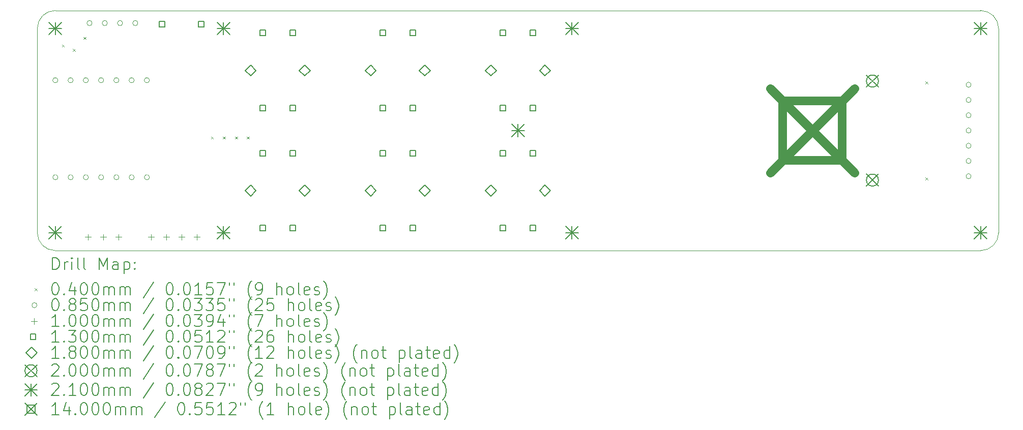
<source format=gbr>
%FSLAX45Y45*%
G04 Gerber Fmt 4.5, Leading zero omitted, Abs format (unit mm)*
G04 Created by KiCad (PCBNEW (6.0.1)) date 2023-01-09 23:16:56*
%MOMM*%
%LPD*%
G01*
G04 APERTURE LIST*
%TA.AperFunction,Profile*%
%ADD10C,0.100000*%
%TD*%
%ADD11C,0.200000*%
%ADD12C,0.040000*%
%ADD13C,0.085000*%
%ADD14C,0.100000*%
%ADD15C,0.130000*%
%ADD16C,0.180000*%
%ADD17C,0.210000*%
%ADD18C,1.400000*%
G04 APERTURE END LIST*
D10*
X22700000Y-12000000D02*
X7300000Y-12000000D01*
X23000000Y-8300000D02*
X23000000Y-11700000D01*
X7000000Y-11700000D02*
X7000000Y-8300000D01*
X7000000Y-11700000D02*
G75*
G03*
X7300000Y-12000000I300000J0D01*
G01*
X22700000Y-12000000D02*
G75*
G03*
X23000000Y-11700000I0J300000D01*
G01*
X23000000Y-8300000D02*
G75*
G03*
X22700000Y-8000000I-300000J0D01*
G01*
X7300000Y-8000000D02*
X22700000Y-8000000D01*
X7300000Y-8000000D02*
G75*
G03*
X7000000Y-8300000I0J-300000D01*
G01*
D11*
D12*
X7410000Y-8567550D02*
X7450000Y-8607550D01*
X7450000Y-8567550D02*
X7410000Y-8607550D01*
X7590000Y-8640000D02*
X7630000Y-8680000D01*
X7630000Y-8640000D02*
X7590000Y-8680000D01*
X7769050Y-8440000D02*
X7809050Y-8480000D01*
X7809050Y-8440000D02*
X7769050Y-8480000D01*
X9890000Y-10100000D02*
X9930000Y-10140000D01*
X9930000Y-10100000D02*
X9890000Y-10140000D01*
X10090000Y-10100000D02*
X10130000Y-10140000D01*
X10130000Y-10100000D02*
X10090000Y-10140000D01*
X10290000Y-10100000D02*
X10330000Y-10140000D01*
X10330000Y-10100000D02*
X10290000Y-10140000D01*
X10490000Y-10100000D02*
X10530000Y-10140000D01*
X10530000Y-10100000D02*
X10490000Y-10140000D01*
X21780000Y-9180000D02*
X21820000Y-9220000D01*
X21820000Y-9180000D02*
X21780000Y-9220000D01*
X21780000Y-10780000D02*
X21820000Y-10820000D01*
X21820000Y-10780000D02*
X21780000Y-10820000D01*
D13*
X7342549Y-9161673D02*
G75*
G03*
X7342549Y-9161673I-42500J0D01*
G01*
X7342549Y-10778129D02*
G75*
G03*
X7342549Y-10778129I-42500J0D01*
G01*
X7596549Y-9161673D02*
G75*
G03*
X7596549Y-9161673I-42500J0D01*
G01*
X7596549Y-10778129D02*
G75*
G03*
X7596549Y-10778129I-42500J0D01*
G01*
X7850549Y-9161673D02*
G75*
G03*
X7850549Y-9161673I-42500J0D01*
G01*
X7850549Y-10778129D02*
G75*
G03*
X7850549Y-10778129I-42500J0D01*
G01*
X7911500Y-8210000D02*
G75*
G03*
X7911500Y-8210000I-42500J0D01*
G01*
X8104549Y-9161673D02*
G75*
G03*
X8104549Y-9161673I-42500J0D01*
G01*
X8104549Y-10778129D02*
G75*
G03*
X8104549Y-10778129I-42500J0D01*
G01*
X8165500Y-8210000D02*
G75*
G03*
X8165500Y-8210000I-42500J0D01*
G01*
X8358549Y-9161673D02*
G75*
G03*
X8358549Y-9161673I-42500J0D01*
G01*
X8358549Y-10778129D02*
G75*
G03*
X8358549Y-10778129I-42500J0D01*
G01*
X8419500Y-8210000D02*
G75*
G03*
X8419500Y-8210000I-42500J0D01*
G01*
X8612549Y-9161673D02*
G75*
G03*
X8612549Y-9161673I-42500J0D01*
G01*
X8612549Y-10778129D02*
G75*
G03*
X8612549Y-10778129I-42500J0D01*
G01*
X8673500Y-8210000D02*
G75*
G03*
X8673500Y-8210000I-42500J0D01*
G01*
X8866549Y-9161673D02*
G75*
G03*
X8866549Y-9161673I-42500J0D01*
G01*
X8866549Y-10778129D02*
G75*
G03*
X8866549Y-10778129I-42500J0D01*
G01*
X22542500Y-9238000D02*
G75*
G03*
X22542500Y-9238000I-42500J0D01*
G01*
X22542500Y-9492000D02*
G75*
G03*
X22542500Y-9492000I-42500J0D01*
G01*
X22542500Y-9746000D02*
G75*
G03*
X22542500Y-9746000I-42500J0D01*
G01*
X22542500Y-10000000D02*
G75*
G03*
X22542500Y-10000000I-42500J0D01*
G01*
X22542500Y-10254000D02*
G75*
G03*
X22542500Y-10254000I-42500J0D01*
G01*
X22542500Y-10508000D02*
G75*
G03*
X22542500Y-10508000I-42500J0D01*
G01*
X22542500Y-10762000D02*
G75*
G03*
X22542500Y-10762000I-42500J0D01*
G01*
D14*
X7847500Y-11725000D02*
X7847500Y-11825000D01*
X7797500Y-11775000D02*
X7897500Y-11775000D01*
X8101500Y-11725000D02*
X8101500Y-11825000D01*
X8051500Y-11775000D02*
X8151500Y-11775000D01*
X8355500Y-11725000D02*
X8355500Y-11825000D01*
X8305500Y-11775000D02*
X8405500Y-11775000D01*
X8892000Y-11725000D02*
X8892000Y-11825000D01*
X8842000Y-11775000D02*
X8942000Y-11775000D01*
X9146000Y-11725000D02*
X9146000Y-11825000D01*
X9096000Y-11775000D02*
X9196000Y-11775000D01*
X9400000Y-11725000D02*
X9400000Y-11825000D01*
X9350000Y-11775000D02*
X9450000Y-11775000D01*
X9654000Y-11725000D02*
X9654000Y-11825000D01*
X9604000Y-11775000D02*
X9704000Y-11775000D01*
D15*
X9120962Y-8275962D02*
X9120962Y-8184038D01*
X9029038Y-8184038D01*
X9029038Y-8275962D01*
X9120962Y-8275962D01*
X9770962Y-8275962D02*
X9770962Y-8184038D01*
X9679038Y-8184038D01*
X9679038Y-8275962D01*
X9770962Y-8275962D01*
X10795962Y-8420962D02*
X10795962Y-8329038D01*
X10704038Y-8329038D01*
X10704038Y-8420962D01*
X10795962Y-8420962D01*
X10795962Y-9670962D02*
X10795962Y-9579038D01*
X10704038Y-9579038D01*
X10704038Y-9670962D01*
X10795962Y-9670962D01*
X10795962Y-10420962D02*
X10795962Y-10329038D01*
X10704038Y-10329038D01*
X10704038Y-10420962D01*
X10795962Y-10420962D01*
X10795962Y-11670962D02*
X10795962Y-11579038D01*
X10704038Y-11579038D01*
X10704038Y-11670962D01*
X10795962Y-11670962D01*
X11295962Y-8420962D02*
X11295962Y-8329038D01*
X11204038Y-8329038D01*
X11204038Y-8420962D01*
X11295962Y-8420962D01*
X11295962Y-9670962D02*
X11295962Y-9579038D01*
X11204038Y-9579038D01*
X11204038Y-9670962D01*
X11295962Y-9670962D01*
X11295962Y-10420962D02*
X11295962Y-10329038D01*
X11204038Y-10329038D01*
X11204038Y-10420962D01*
X11295962Y-10420962D01*
X11295962Y-11670962D02*
X11295962Y-11579038D01*
X11204038Y-11579038D01*
X11204038Y-11670962D01*
X11295962Y-11670962D01*
X12795962Y-8420962D02*
X12795962Y-8329038D01*
X12704038Y-8329038D01*
X12704038Y-8420962D01*
X12795962Y-8420962D01*
X12795962Y-9670962D02*
X12795962Y-9579038D01*
X12704038Y-9579038D01*
X12704038Y-9670962D01*
X12795962Y-9670962D01*
X12795962Y-10420962D02*
X12795962Y-10329038D01*
X12704038Y-10329038D01*
X12704038Y-10420962D01*
X12795962Y-10420962D01*
X12795962Y-11670962D02*
X12795962Y-11579038D01*
X12704038Y-11579038D01*
X12704038Y-11670962D01*
X12795962Y-11670962D01*
X13295962Y-8420962D02*
X13295962Y-8329038D01*
X13204038Y-8329038D01*
X13204038Y-8420962D01*
X13295962Y-8420962D01*
X13295962Y-9670962D02*
X13295962Y-9579038D01*
X13204038Y-9579038D01*
X13204038Y-9670962D01*
X13295962Y-9670962D01*
X13295962Y-10420962D02*
X13295962Y-10329038D01*
X13204038Y-10329038D01*
X13204038Y-10420962D01*
X13295962Y-10420962D01*
X13295962Y-11670962D02*
X13295962Y-11579038D01*
X13204038Y-11579038D01*
X13204038Y-11670962D01*
X13295962Y-11670962D01*
X14795962Y-8420962D02*
X14795962Y-8329038D01*
X14704038Y-8329038D01*
X14704038Y-8420962D01*
X14795962Y-8420962D01*
X14795962Y-9670962D02*
X14795962Y-9579038D01*
X14704038Y-9579038D01*
X14704038Y-9670962D01*
X14795962Y-9670962D01*
X14795962Y-10420962D02*
X14795962Y-10329038D01*
X14704038Y-10329038D01*
X14704038Y-10420962D01*
X14795962Y-10420962D01*
X14795962Y-11670962D02*
X14795962Y-11579038D01*
X14704038Y-11579038D01*
X14704038Y-11670962D01*
X14795962Y-11670962D01*
X15295962Y-8420962D02*
X15295962Y-8329038D01*
X15204038Y-8329038D01*
X15204038Y-8420962D01*
X15295962Y-8420962D01*
X15295962Y-9670962D02*
X15295962Y-9579038D01*
X15204038Y-9579038D01*
X15204038Y-9670962D01*
X15295962Y-9670962D01*
X15295962Y-10420962D02*
X15295962Y-10329038D01*
X15204038Y-10329038D01*
X15204038Y-10420962D01*
X15295962Y-10420962D01*
X15295962Y-11670962D02*
X15295962Y-11579038D01*
X15204038Y-11579038D01*
X15204038Y-11670962D01*
X15295962Y-11670962D01*
D16*
X10550000Y-9090000D02*
X10640000Y-9000000D01*
X10550000Y-8910000D01*
X10460000Y-9000000D01*
X10550000Y-9090000D01*
X10550000Y-11090000D02*
X10640000Y-11000000D01*
X10550000Y-10910000D01*
X10460000Y-11000000D01*
X10550000Y-11090000D01*
X11450000Y-9090000D02*
X11540000Y-9000000D01*
X11450000Y-8910000D01*
X11360000Y-9000000D01*
X11450000Y-9090000D01*
X11450000Y-11090000D02*
X11540000Y-11000000D01*
X11450000Y-10910000D01*
X11360000Y-11000000D01*
X11450000Y-11090000D01*
X12550000Y-9090000D02*
X12640000Y-9000000D01*
X12550000Y-8910000D01*
X12460000Y-9000000D01*
X12550000Y-9090000D01*
X12550000Y-11090000D02*
X12640000Y-11000000D01*
X12550000Y-10910000D01*
X12460000Y-11000000D01*
X12550000Y-11090000D01*
X13450000Y-9090000D02*
X13540000Y-9000000D01*
X13450000Y-8910000D01*
X13360000Y-9000000D01*
X13450000Y-9090000D01*
X13450000Y-11090000D02*
X13540000Y-11000000D01*
X13450000Y-10910000D01*
X13360000Y-11000000D01*
X13450000Y-11090000D01*
X14550000Y-9090000D02*
X14640000Y-9000000D01*
X14550000Y-8910000D01*
X14460000Y-9000000D01*
X14550000Y-9090000D01*
X14550000Y-11090000D02*
X14640000Y-11000000D01*
X14550000Y-10910000D01*
X14460000Y-11000000D01*
X14550000Y-11090000D01*
X15450000Y-9090000D02*
X15540000Y-9000000D01*
X15450000Y-8910000D01*
X15360000Y-9000000D01*
X15450000Y-9090000D01*
X15450000Y-11090000D02*
X15540000Y-11000000D01*
X15450000Y-10910000D01*
X15360000Y-11000000D01*
X15450000Y-11090000D01*
D11*
X20800000Y-9075000D02*
X21000000Y-9275000D01*
X21000000Y-9075000D02*
X20800000Y-9275000D01*
X21000000Y-9175000D02*
G75*
G03*
X21000000Y-9175000I-100000J0D01*
G01*
X20800000Y-10725000D02*
X21000000Y-10925000D01*
X21000000Y-10725000D02*
X20800000Y-10925000D01*
X21000000Y-10825000D02*
G75*
G03*
X21000000Y-10825000I-100000J0D01*
G01*
D17*
X7195000Y-8195000D02*
X7405000Y-8405000D01*
X7405000Y-8195000D02*
X7195000Y-8405000D01*
X7300000Y-8195000D02*
X7300000Y-8405000D01*
X7195000Y-8300000D02*
X7405000Y-8300000D01*
X7195000Y-11595000D02*
X7405000Y-11805000D01*
X7405000Y-11595000D02*
X7195000Y-11805000D01*
X7300000Y-11595000D02*
X7300000Y-11805000D01*
X7195000Y-11700000D02*
X7405000Y-11700000D01*
X9995000Y-8195000D02*
X10205000Y-8405000D01*
X10205000Y-8195000D02*
X9995000Y-8405000D01*
X10100000Y-8195000D02*
X10100000Y-8405000D01*
X9995000Y-8300000D02*
X10205000Y-8300000D01*
X9995000Y-11595000D02*
X10205000Y-11805000D01*
X10205000Y-11595000D02*
X9995000Y-11805000D01*
X10100000Y-11595000D02*
X10100000Y-11805000D01*
X9995000Y-11700000D02*
X10205000Y-11700000D01*
X14895000Y-9895000D02*
X15105000Y-10105000D01*
X15105000Y-9895000D02*
X14895000Y-10105000D01*
X15000000Y-9895000D02*
X15000000Y-10105000D01*
X14895000Y-10000000D02*
X15105000Y-10000000D01*
X15795000Y-8195000D02*
X16005000Y-8405000D01*
X16005000Y-8195000D02*
X15795000Y-8405000D01*
X15900000Y-8195000D02*
X15900000Y-8405000D01*
X15795000Y-8300000D02*
X16005000Y-8300000D01*
X15795000Y-11595000D02*
X16005000Y-11805000D01*
X16005000Y-11595000D02*
X15795000Y-11805000D01*
X15900000Y-11595000D02*
X15900000Y-11805000D01*
X15795000Y-11700000D02*
X16005000Y-11700000D01*
X22595000Y-8195000D02*
X22805000Y-8405000D01*
X22805000Y-8195000D02*
X22595000Y-8405000D01*
X22700000Y-8195000D02*
X22700000Y-8405000D01*
X22595000Y-8300000D02*
X22805000Y-8300000D01*
X22595000Y-11595000D02*
X22805000Y-11805000D01*
X22805000Y-11595000D02*
X22595000Y-11805000D01*
X22700000Y-11595000D02*
X22700000Y-11805000D01*
X22595000Y-11700000D02*
X22805000Y-11700000D01*
D18*
X19200000Y-9300000D02*
X20600000Y-10700000D01*
X20600000Y-9300000D02*
X19200000Y-10700000D01*
X20394980Y-10494980D02*
X20394980Y-9505021D01*
X19405021Y-9505021D01*
X19405021Y-10494980D01*
X20394980Y-10494980D01*
D11*
X7252619Y-12315476D02*
X7252619Y-12115476D01*
X7300238Y-12115476D01*
X7328809Y-12125000D01*
X7347857Y-12144048D01*
X7357381Y-12163095D01*
X7366905Y-12201190D01*
X7366905Y-12229762D01*
X7357381Y-12267857D01*
X7347857Y-12286905D01*
X7328809Y-12305952D01*
X7300238Y-12315476D01*
X7252619Y-12315476D01*
X7452619Y-12315476D02*
X7452619Y-12182143D01*
X7452619Y-12220238D02*
X7462143Y-12201190D01*
X7471667Y-12191667D01*
X7490714Y-12182143D01*
X7509762Y-12182143D01*
X7576428Y-12315476D02*
X7576428Y-12182143D01*
X7576428Y-12115476D02*
X7566905Y-12125000D01*
X7576428Y-12134524D01*
X7585952Y-12125000D01*
X7576428Y-12115476D01*
X7576428Y-12134524D01*
X7700238Y-12315476D02*
X7681190Y-12305952D01*
X7671667Y-12286905D01*
X7671667Y-12115476D01*
X7805000Y-12315476D02*
X7785952Y-12305952D01*
X7776428Y-12286905D01*
X7776428Y-12115476D01*
X8033571Y-12315476D02*
X8033571Y-12115476D01*
X8100238Y-12258333D01*
X8166905Y-12115476D01*
X8166905Y-12315476D01*
X8347857Y-12315476D02*
X8347857Y-12210714D01*
X8338333Y-12191667D01*
X8319286Y-12182143D01*
X8281190Y-12182143D01*
X8262143Y-12191667D01*
X8347857Y-12305952D02*
X8328809Y-12315476D01*
X8281190Y-12315476D01*
X8262143Y-12305952D01*
X8252619Y-12286905D01*
X8252619Y-12267857D01*
X8262143Y-12248809D01*
X8281190Y-12239286D01*
X8328809Y-12239286D01*
X8347857Y-12229762D01*
X8443095Y-12182143D02*
X8443095Y-12382143D01*
X8443095Y-12191667D02*
X8462143Y-12182143D01*
X8500238Y-12182143D01*
X8519286Y-12191667D01*
X8528810Y-12201190D01*
X8538333Y-12220238D01*
X8538333Y-12277381D01*
X8528810Y-12296428D01*
X8519286Y-12305952D01*
X8500238Y-12315476D01*
X8462143Y-12315476D01*
X8443095Y-12305952D01*
X8624048Y-12296428D02*
X8633571Y-12305952D01*
X8624048Y-12315476D01*
X8614524Y-12305952D01*
X8624048Y-12296428D01*
X8624048Y-12315476D01*
X8624048Y-12191667D02*
X8633571Y-12201190D01*
X8624048Y-12210714D01*
X8614524Y-12201190D01*
X8624048Y-12191667D01*
X8624048Y-12210714D01*
D12*
X6955000Y-12625000D02*
X6995000Y-12665000D01*
X6995000Y-12625000D02*
X6955000Y-12665000D01*
D11*
X7290714Y-12535476D02*
X7309762Y-12535476D01*
X7328809Y-12545000D01*
X7338333Y-12554524D01*
X7347857Y-12573571D01*
X7357381Y-12611667D01*
X7357381Y-12659286D01*
X7347857Y-12697381D01*
X7338333Y-12716428D01*
X7328809Y-12725952D01*
X7309762Y-12735476D01*
X7290714Y-12735476D01*
X7271667Y-12725952D01*
X7262143Y-12716428D01*
X7252619Y-12697381D01*
X7243095Y-12659286D01*
X7243095Y-12611667D01*
X7252619Y-12573571D01*
X7262143Y-12554524D01*
X7271667Y-12545000D01*
X7290714Y-12535476D01*
X7443095Y-12716428D02*
X7452619Y-12725952D01*
X7443095Y-12735476D01*
X7433571Y-12725952D01*
X7443095Y-12716428D01*
X7443095Y-12735476D01*
X7624048Y-12602143D02*
X7624048Y-12735476D01*
X7576428Y-12525952D02*
X7528809Y-12668809D01*
X7652619Y-12668809D01*
X7766905Y-12535476D02*
X7785952Y-12535476D01*
X7805000Y-12545000D01*
X7814524Y-12554524D01*
X7824048Y-12573571D01*
X7833571Y-12611667D01*
X7833571Y-12659286D01*
X7824048Y-12697381D01*
X7814524Y-12716428D01*
X7805000Y-12725952D01*
X7785952Y-12735476D01*
X7766905Y-12735476D01*
X7747857Y-12725952D01*
X7738333Y-12716428D01*
X7728809Y-12697381D01*
X7719286Y-12659286D01*
X7719286Y-12611667D01*
X7728809Y-12573571D01*
X7738333Y-12554524D01*
X7747857Y-12545000D01*
X7766905Y-12535476D01*
X7957381Y-12535476D02*
X7976428Y-12535476D01*
X7995476Y-12545000D01*
X8005000Y-12554524D01*
X8014524Y-12573571D01*
X8024048Y-12611667D01*
X8024048Y-12659286D01*
X8014524Y-12697381D01*
X8005000Y-12716428D01*
X7995476Y-12725952D01*
X7976428Y-12735476D01*
X7957381Y-12735476D01*
X7938333Y-12725952D01*
X7928809Y-12716428D01*
X7919286Y-12697381D01*
X7909762Y-12659286D01*
X7909762Y-12611667D01*
X7919286Y-12573571D01*
X7928809Y-12554524D01*
X7938333Y-12545000D01*
X7957381Y-12535476D01*
X8109762Y-12735476D02*
X8109762Y-12602143D01*
X8109762Y-12621190D02*
X8119286Y-12611667D01*
X8138333Y-12602143D01*
X8166905Y-12602143D01*
X8185952Y-12611667D01*
X8195476Y-12630714D01*
X8195476Y-12735476D01*
X8195476Y-12630714D02*
X8205000Y-12611667D01*
X8224048Y-12602143D01*
X8252619Y-12602143D01*
X8271667Y-12611667D01*
X8281190Y-12630714D01*
X8281190Y-12735476D01*
X8376428Y-12735476D02*
X8376428Y-12602143D01*
X8376428Y-12621190D02*
X8385952Y-12611667D01*
X8405000Y-12602143D01*
X8433571Y-12602143D01*
X8452619Y-12611667D01*
X8462143Y-12630714D01*
X8462143Y-12735476D01*
X8462143Y-12630714D02*
X8471667Y-12611667D01*
X8490714Y-12602143D01*
X8519286Y-12602143D01*
X8538333Y-12611667D01*
X8547857Y-12630714D01*
X8547857Y-12735476D01*
X8938333Y-12525952D02*
X8766905Y-12783095D01*
X9195476Y-12535476D02*
X9214524Y-12535476D01*
X9233571Y-12545000D01*
X9243095Y-12554524D01*
X9252619Y-12573571D01*
X9262143Y-12611667D01*
X9262143Y-12659286D01*
X9252619Y-12697381D01*
X9243095Y-12716428D01*
X9233571Y-12725952D01*
X9214524Y-12735476D01*
X9195476Y-12735476D01*
X9176429Y-12725952D01*
X9166905Y-12716428D01*
X9157381Y-12697381D01*
X9147857Y-12659286D01*
X9147857Y-12611667D01*
X9157381Y-12573571D01*
X9166905Y-12554524D01*
X9176429Y-12545000D01*
X9195476Y-12535476D01*
X9347857Y-12716428D02*
X9357381Y-12725952D01*
X9347857Y-12735476D01*
X9338333Y-12725952D01*
X9347857Y-12716428D01*
X9347857Y-12735476D01*
X9481190Y-12535476D02*
X9500238Y-12535476D01*
X9519286Y-12545000D01*
X9528810Y-12554524D01*
X9538333Y-12573571D01*
X9547857Y-12611667D01*
X9547857Y-12659286D01*
X9538333Y-12697381D01*
X9528810Y-12716428D01*
X9519286Y-12725952D01*
X9500238Y-12735476D01*
X9481190Y-12735476D01*
X9462143Y-12725952D01*
X9452619Y-12716428D01*
X9443095Y-12697381D01*
X9433571Y-12659286D01*
X9433571Y-12611667D01*
X9443095Y-12573571D01*
X9452619Y-12554524D01*
X9462143Y-12545000D01*
X9481190Y-12535476D01*
X9738333Y-12735476D02*
X9624048Y-12735476D01*
X9681190Y-12735476D02*
X9681190Y-12535476D01*
X9662143Y-12564048D01*
X9643095Y-12583095D01*
X9624048Y-12592619D01*
X9919286Y-12535476D02*
X9824048Y-12535476D01*
X9814524Y-12630714D01*
X9824048Y-12621190D01*
X9843095Y-12611667D01*
X9890714Y-12611667D01*
X9909762Y-12621190D01*
X9919286Y-12630714D01*
X9928810Y-12649762D01*
X9928810Y-12697381D01*
X9919286Y-12716428D01*
X9909762Y-12725952D01*
X9890714Y-12735476D01*
X9843095Y-12735476D01*
X9824048Y-12725952D01*
X9814524Y-12716428D01*
X9995476Y-12535476D02*
X10128810Y-12535476D01*
X10043095Y-12735476D01*
X10195476Y-12535476D02*
X10195476Y-12573571D01*
X10271667Y-12535476D02*
X10271667Y-12573571D01*
X10566905Y-12811667D02*
X10557381Y-12802143D01*
X10538333Y-12773571D01*
X10528810Y-12754524D01*
X10519286Y-12725952D01*
X10509762Y-12678333D01*
X10509762Y-12640238D01*
X10519286Y-12592619D01*
X10528810Y-12564048D01*
X10538333Y-12545000D01*
X10557381Y-12516428D01*
X10566905Y-12506905D01*
X10652619Y-12735476D02*
X10690714Y-12735476D01*
X10709762Y-12725952D01*
X10719286Y-12716428D01*
X10738333Y-12687857D01*
X10747857Y-12649762D01*
X10747857Y-12573571D01*
X10738333Y-12554524D01*
X10728810Y-12545000D01*
X10709762Y-12535476D01*
X10671667Y-12535476D01*
X10652619Y-12545000D01*
X10643095Y-12554524D01*
X10633571Y-12573571D01*
X10633571Y-12621190D01*
X10643095Y-12640238D01*
X10652619Y-12649762D01*
X10671667Y-12659286D01*
X10709762Y-12659286D01*
X10728810Y-12649762D01*
X10738333Y-12640238D01*
X10747857Y-12621190D01*
X10985952Y-12735476D02*
X10985952Y-12535476D01*
X11071667Y-12735476D02*
X11071667Y-12630714D01*
X11062143Y-12611667D01*
X11043095Y-12602143D01*
X11014524Y-12602143D01*
X10995476Y-12611667D01*
X10985952Y-12621190D01*
X11195476Y-12735476D02*
X11176429Y-12725952D01*
X11166905Y-12716428D01*
X11157381Y-12697381D01*
X11157381Y-12640238D01*
X11166905Y-12621190D01*
X11176429Y-12611667D01*
X11195476Y-12602143D01*
X11224048Y-12602143D01*
X11243095Y-12611667D01*
X11252619Y-12621190D01*
X11262143Y-12640238D01*
X11262143Y-12697381D01*
X11252619Y-12716428D01*
X11243095Y-12725952D01*
X11224048Y-12735476D01*
X11195476Y-12735476D01*
X11376428Y-12735476D02*
X11357381Y-12725952D01*
X11347857Y-12706905D01*
X11347857Y-12535476D01*
X11528809Y-12725952D02*
X11509762Y-12735476D01*
X11471667Y-12735476D01*
X11452619Y-12725952D01*
X11443095Y-12706905D01*
X11443095Y-12630714D01*
X11452619Y-12611667D01*
X11471667Y-12602143D01*
X11509762Y-12602143D01*
X11528809Y-12611667D01*
X11538333Y-12630714D01*
X11538333Y-12649762D01*
X11443095Y-12668809D01*
X11614524Y-12725952D02*
X11633571Y-12735476D01*
X11671667Y-12735476D01*
X11690714Y-12725952D01*
X11700238Y-12706905D01*
X11700238Y-12697381D01*
X11690714Y-12678333D01*
X11671667Y-12668809D01*
X11643095Y-12668809D01*
X11624048Y-12659286D01*
X11614524Y-12640238D01*
X11614524Y-12630714D01*
X11624048Y-12611667D01*
X11643095Y-12602143D01*
X11671667Y-12602143D01*
X11690714Y-12611667D01*
X11766905Y-12811667D02*
X11776428Y-12802143D01*
X11795476Y-12773571D01*
X11805000Y-12754524D01*
X11814524Y-12725952D01*
X11824048Y-12678333D01*
X11824048Y-12640238D01*
X11814524Y-12592619D01*
X11805000Y-12564048D01*
X11795476Y-12545000D01*
X11776428Y-12516428D01*
X11766905Y-12506905D01*
D13*
X6995000Y-12909000D02*
G75*
G03*
X6995000Y-12909000I-42500J0D01*
G01*
D11*
X7290714Y-12799476D02*
X7309762Y-12799476D01*
X7328809Y-12809000D01*
X7338333Y-12818524D01*
X7347857Y-12837571D01*
X7357381Y-12875667D01*
X7357381Y-12923286D01*
X7347857Y-12961381D01*
X7338333Y-12980428D01*
X7328809Y-12989952D01*
X7309762Y-12999476D01*
X7290714Y-12999476D01*
X7271667Y-12989952D01*
X7262143Y-12980428D01*
X7252619Y-12961381D01*
X7243095Y-12923286D01*
X7243095Y-12875667D01*
X7252619Y-12837571D01*
X7262143Y-12818524D01*
X7271667Y-12809000D01*
X7290714Y-12799476D01*
X7443095Y-12980428D02*
X7452619Y-12989952D01*
X7443095Y-12999476D01*
X7433571Y-12989952D01*
X7443095Y-12980428D01*
X7443095Y-12999476D01*
X7566905Y-12885190D02*
X7547857Y-12875667D01*
X7538333Y-12866143D01*
X7528809Y-12847095D01*
X7528809Y-12837571D01*
X7538333Y-12818524D01*
X7547857Y-12809000D01*
X7566905Y-12799476D01*
X7605000Y-12799476D01*
X7624048Y-12809000D01*
X7633571Y-12818524D01*
X7643095Y-12837571D01*
X7643095Y-12847095D01*
X7633571Y-12866143D01*
X7624048Y-12875667D01*
X7605000Y-12885190D01*
X7566905Y-12885190D01*
X7547857Y-12894714D01*
X7538333Y-12904238D01*
X7528809Y-12923286D01*
X7528809Y-12961381D01*
X7538333Y-12980428D01*
X7547857Y-12989952D01*
X7566905Y-12999476D01*
X7605000Y-12999476D01*
X7624048Y-12989952D01*
X7633571Y-12980428D01*
X7643095Y-12961381D01*
X7643095Y-12923286D01*
X7633571Y-12904238D01*
X7624048Y-12894714D01*
X7605000Y-12885190D01*
X7824048Y-12799476D02*
X7728809Y-12799476D01*
X7719286Y-12894714D01*
X7728809Y-12885190D01*
X7747857Y-12875667D01*
X7795476Y-12875667D01*
X7814524Y-12885190D01*
X7824048Y-12894714D01*
X7833571Y-12913762D01*
X7833571Y-12961381D01*
X7824048Y-12980428D01*
X7814524Y-12989952D01*
X7795476Y-12999476D01*
X7747857Y-12999476D01*
X7728809Y-12989952D01*
X7719286Y-12980428D01*
X7957381Y-12799476D02*
X7976428Y-12799476D01*
X7995476Y-12809000D01*
X8005000Y-12818524D01*
X8014524Y-12837571D01*
X8024048Y-12875667D01*
X8024048Y-12923286D01*
X8014524Y-12961381D01*
X8005000Y-12980428D01*
X7995476Y-12989952D01*
X7976428Y-12999476D01*
X7957381Y-12999476D01*
X7938333Y-12989952D01*
X7928809Y-12980428D01*
X7919286Y-12961381D01*
X7909762Y-12923286D01*
X7909762Y-12875667D01*
X7919286Y-12837571D01*
X7928809Y-12818524D01*
X7938333Y-12809000D01*
X7957381Y-12799476D01*
X8109762Y-12999476D02*
X8109762Y-12866143D01*
X8109762Y-12885190D02*
X8119286Y-12875667D01*
X8138333Y-12866143D01*
X8166905Y-12866143D01*
X8185952Y-12875667D01*
X8195476Y-12894714D01*
X8195476Y-12999476D01*
X8195476Y-12894714D02*
X8205000Y-12875667D01*
X8224048Y-12866143D01*
X8252619Y-12866143D01*
X8271667Y-12875667D01*
X8281190Y-12894714D01*
X8281190Y-12999476D01*
X8376428Y-12999476D02*
X8376428Y-12866143D01*
X8376428Y-12885190D02*
X8385952Y-12875667D01*
X8405000Y-12866143D01*
X8433571Y-12866143D01*
X8452619Y-12875667D01*
X8462143Y-12894714D01*
X8462143Y-12999476D01*
X8462143Y-12894714D02*
X8471667Y-12875667D01*
X8490714Y-12866143D01*
X8519286Y-12866143D01*
X8538333Y-12875667D01*
X8547857Y-12894714D01*
X8547857Y-12999476D01*
X8938333Y-12789952D02*
X8766905Y-13047095D01*
X9195476Y-12799476D02*
X9214524Y-12799476D01*
X9233571Y-12809000D01*
X9243095Y-12818524D01*
X9252619Y-12837571D01*
X9262143Y-12875667D01*
X9262143Y-12923286D01*
X9252619Y-12961381D01*
X9243095Y-12980428D01*
X9233571Y-12989952D01*
X9214524Y-12999476D01*
X9195476Y-12999476D01*
X9176429Y-12989952D01*
X9166905Y-12980428D01*
X9157381Y-12961381D01*
X9147857Y-12923286D01*
X9147857Y-12875667D01*
X9157381Y-12837571D01*
X9166905Y-12818524D01*
X9176429Y-12809000D01*
X9195476Y-12799476D01*
X9347857Y-12980428D02*
X9357381Y-12989952D01*
X9347857Y-12999476D01*
X9338333Y-12989952D01*
X9347857Y-12980428D01*
X9347857Y-12999476D01*
X9481190Y-12799476D02*
X9500238Y-12799476D01*
X9519286Y-12809000D01*
X9528810Y-12818524D01*
X9538333Y-12837571D01*
X9547857Y-12875667D01*
X9547857Y-12923286D01*
X9538333Y-12961381D01*
X9528810Y-12980428D01*
X9519286Y-12989952D01*
X9500238Y-12999476D01*
X9481190Y-12999476D01*
X9462143Y-12989952D01*
X9452619Y-12980428D01*
X9443095Y-12961381D01*
X9433571Y-12923286D01*
X9433571Y-12875667D01*
X9443095Y-12837571D01*
X9452619Y-12818524D01*
X9462143Y-12809000D01*
X9481190Y-12799476D01*
X9614524Y-12799476D02*
X9738333Y-12799476D01*
X9671667Y-12875667D01*
X9700238Y-12875667D01*
X9719286Y-12885190D01*
X9728810Y-12894714D01*
X9738333Y-12913762D01*
X9738333Y-12961381D01*
X9728810Y-12980428D01*
X9719286Y-12989952D01*
X9700238Y-12999476D01*
X9643095Y-12999476D01*
X9624048Y-12989952D01*
X9614524Y-12980428D01*
X9805000Y-12799476D02*
X9928810Y-12799476D01*
X9862143Y-12875667D01*
X9890714Y-12875667D01*
X9909762Y-12885190D01*
X9919286Y-12894714D01*
X9928810Y-12913762D01*
X9928810Y-12961381D01*
X9919286Y-12980428D01*
X9909762Y-12989952D01*
X9890714Y-12999476D01*
X9833571Y-12999476D01*
X9814524Y-12989952D01*
X9805000Y-12980428D01*
X10109762Y-12799476D02*
X10014524Y-12799476D01*
X10005000Y-12894714D01*
X10014524Y-12885190D01*
X10033571Y-12875667D01*
X10081190Y-12875667D01*
X10100238Y-12885190D01*
X10109762Y-12894714D01*
X10119286Y-12913762D01*
X10119286Y-12961381D01*
X10109762Y-12980428D01*
X10100238Y-12989952D01*
X10081190Y-12999476D01*
X10033571Y-12999476D01*
X10014524Y-12989952D01*
X10005000Y-12980428D01*
X10195476Y-12799476D02*
X10195476Y-12837571D01*
X10271667Y-12799476D02*
X10271667Y-12837571D01*
X10566905Y-13075667D02*
X10557381Y-13066143D01*
X10538333Y-13037571D01*
X10528810Y-13018524D01*
X10519286Y-12989952D01*
X10509762Y-12942333D01*
X10509762Y-12904238D01*
X10519286Y-12856619D01*
X10528810Y-12828048D01*
X10538333Y-12809000D01*
X10557381Y-12780428D01*
X10566905Y-12770905D01*
X10633571Y-12818524D02*
X10643095Y-12809000D01*
X10662143Y-12799476D01*
X10709762Y-12799476D01*
X10728810Y-12809000D01*
X10738333Y-12818524D01*
X10747857Y-12837571D01*
X10747857Y-12856619D01*
X10738333Y-12885190D01*
X10624048Y-12999476D01*
X10747857Y-12999476D01*
X10928810Y-12799476D02*
X10833571Y-12799476D01*
X10824048Y-12894714D01*
X10833571Y-12885190D01*
X10852619Y-12875667D01*
X10900238Y-12875667D01*
X10919286Y-12885190D01*
X10928810Y-12894714D01*
X10938333Y-12913762D01*
X10938333Y-12961381D01*
X10928810Y-12980428D01*
X10919286Y-12989952D01*
X10900238Y-12999476D01*
X10852619Y-12999476D01*
X10833571Y-12989952D01*
X10824048Y-12980428D01*
X11176429Y-12999476D02*
X11176429Y-12799476D01*
X11262143Y-12999476D02*
X11262143Y-12894714D01*
X11252619Y-12875667D01*
X11233571Y-12866143D01*
X11205000Y-12866143D01*
X11185952Y-12875667D01*
X11176429Y-12885190D01*
X11385952Y-12999476D02*
X11366905Y-12989952D01*
X11357381Y-12980428D01*
X11347857Y-12961381D01*
X11347857Y-12904238D01*
X11357381Y-12885190D01*
X11366905Y-12875667D01*
X11385952Y-12866143D01*
X11414524Y-12866143D01*
X11433571Y-12875667D01*
X11443095Y-12885190D01*
X11452619Y-12904238D01*
X11452619Y-12961381D01*
X11443095Y-12980428D01*
X11433571Y-12989952D01*
X11414524Y-12999476D01*
X11385952Y-12999476D01*
X11566905Y-12999476D02*
X11547857Y-12989952D01*
X11538333Y-12970905D01*
X11538333Y-12799476D01*
X11719286Y-12989952D02*
X11700238Y-12999476D01*
X11662143Y-12999476D01*
X11643095Y-12989952D01*
X11633571Y-12970905D01*
X11633571Y-12894714D01*
X11643095Y-12875667D01*
X11662143Y-12866143D01*
X11700238Y-12866143D01*
X11719286Y-12875667D01*
X11728809Y-12894714D01*
X11728809Y-12913762D01*
X11633571Y-12932809D01*
X11805000Y-12989952D02*
X11824048Y-12999476D01*
X11862143Y-12999476D01*
X11881190Y-12989952D01*
X11890714Y-12970905D01*
X11890714Y-12961381D01*
X11881190Y-12942333D01*
X11862143Y-12932809D01*
X11833571Y-12932809D01*
X11814524Y-12923286D01*
X11805000Y-12904238D01*
X11805000Y-12894714D01*
X11814524Y-12875667D01*
X11833571Y-12866143D01*
X11862143Y-12866143D01*
X11881190Y-12875667D01*
X11957381Y-13075667D02*
X11966905Y-13066143D01*
X11985952Y-13037571D01*
X11995476Y-13018524D01*
X12005000Y-12989952D01*
X12014524Y-12942333D01*
X12014524Y-12904238D01*
X12005000Y-12856619D01*
X11995476Y-12828048D01*
X11985952Y-12809000D01*
X11966905Y-12780428D01*
X11957381Y-12770905D01*
D14*
X6945000Y-13123000D02*
X6945000Y-13223000D01*
X6895000Y-13173000D02*
X6995000Y-13173000D01*
D11*
X7357381Y-13263476D02*
X7243095Y-13263476D01*
X7300238Y-13263476D02*
X7300238Y-13063476D01*
X7281190Y-13092048D01*
X7262143Y-13111095D01*
X7243095Y-13120619D01*
X7443095Y-13244428D02*
X7452619Y-13253952D01*
X7443095Y-13263476D01*
X7433571Y-13253952D01*
X7443095Y-13244428D01*
X7443095Y-13263476D01*
X7576428Y-13063476D02*
X7595476Y-13063476D01*
X7614524Y-13073000D01*
X7624048Y-13082524D01*
X7633571Y-13101571D01*
X7643095Y-13139667D01*
X7643095Y-13187286D01*
X7633571Y-13225381D01*
X7624048Y-13244428D01*
X7614524Y-13253952D01*
X7595476Y-13263476D01*
X7576428Y-13263476D01*
X7557381Y-13253952D01*
X7547857Y-13244428D01*
X7538333Y-13225381D01*
X7528809Y-13187286D01*
X7528809Y-13139667D01*
X7538333Y-13101571D01*
X7547857Y-13082524D01*
X7557381Y-13073000D01*
X7576428Y-13063476D01*
X7766905Y-13063476D02*
X7785952Y-13063476D01*
X7805000Y-13073000D01*
X7814524Y-13082524D01*
X7824048Y-13101571D01*
X7833571Y-13139667D01*
X7833571Y-13187286D01*
X7824048Y-13225381D01*
X7814524Y-13244428D01*
X7805000Y-13253952D01*
X7785952Y-13263476D01*
X7766905Y-13263476D01*
X7747857Y-13253952D01*
X7738333Y-13244428D01*
X7728809Y-13225381D01*
X7719286Y-13187286D01*
X7719286Y-13139667D01*
X7728809Y-13101571D01*
X7738333Y-13082524D01*
X7747857Y-13073000D01*
X7766905Y-13063476D01*
X7957381Y-13063476D02*
X7976428Y-13063476D01*
X7995476Y-13073000D01*
X8005000Y-13082524D01*
X8014524Y-13101571D01*
X8024048Y-13139667D01*
X8024048Y-13187286D01*
X8014524Y-13225381D01*
X8005000Y-13244428D01*
X7995476Y-13253952D01*
X7976428Y-13263476D01*
X7957381Y-13263476D01*
X7938333Y-13253952D01*
X7928809Y-13244428D01*
X7919286Y-13225381D01*
X7909762Y-13187286D01*
X7909762Y-13139667D01*
X7919286Y-13101571D01*
X7928809Y-13082524D01*
X7938333Y-13073000D01*
X7957381Y-13063476D01*
X8109762Y-13263476D02*
X8109762Y-13130143D01*
X8109762Y-13149190D02*
X8119286Y-13139667D01*
X8138333Y-13130143D01*
X8166905Y-13130143D01*
X8185952Y-13139667D01*
X8195476Y-13158714D01*
X8195476Y-13263476D01*
X8195476Y-13158714D02*
X8205000Y-13139667D01*
X8224048Y-13130143D01*
X8252619Y-13130143D01*
X8271667Y-13139667D01*
X8281190Y-13158714D01*
X8281190Y-13263476D01*
X8376428Y-13263476D02*
X8376428Y-13130143D01*
X8376428Y-13149190D02*
X8385952Y-13139667D01*
X8405000Y-13130143D01*
X8433571Y-13130143D01*
X8452619Y-13139667D01*
X8462143Y-13158714D01*
X8462143Y-13263476D01*
X8462143Y-13158714D02*
X8471667Y-13139667D01*
X8490714Y-13130143D01*
X8519286Y-13130143D01*
X8538333Y-13139667D01*
X8547857Y-13158714D01*
X8547857Y-13263476D01*
X8938333Y-13053952D02*
X8766905Y-13311095D01*
X9195476Y-13063476D02*
X9214524Y-13063476D01*
X9233571Y-13073000D01*
X9243095Y-13082524D01*
X9252619Y-13101571D01*
X9262143Y-13139667D01*
X9262143Y-13187286D01*
X9252619Y-13225381D01*
X9243095Y-13244428D01*
X9233571Y-13253952D01*
X9214524Y-13263476D01*
X9195476Y-13263476D01*
X9176429Y-13253952D01*
X9166905Y-13244428D01*
X9157381Y-13225381D01*
X9147857Y-13187286D01*
X9147857Y-13139667D01*
X9157381Y-13101571D01*
X9166905Y-13082524D01*
X9176429Y-13073000D01*
X9195476Y-13063476D01*
X9347857Y-13244428D02*
X9357381Y-13253952D01*
X9347857Y-13263476D01*
X9338333Y-13253952D01*
X9347857Y-13244428D01*
X9347857Y-13263476D01*
X9481190Y-13063476D02*
X9500238Y-13063476D01*
X9519286Y-13073000D01*
X9528810Y-13082524D01*
X9538333Y-13101571D01*
X9547857Y-13139667D01*
X9547857Y-13187286D01*
X9538333Y-13225381D01*
X9528810Y-13244428D01*
X9519286Y-13253952D01*
X9500238Y-13263476D01*
X9481190Y-13263476D01*
X9462143Y-13253952D01*
X9452619Y-13244428D01*
X9443095Y-13225381D01*
X9433571Y-13187286D01*
X9433571Y-13139667D01*
X9443095Y-13101571D01*
X9452619Y-13082524D01*
X9462143Y-13073000D01*
X9481190Y-13063476D01*
X9614524Y-13063476D02*
X9738333Y-13063476D01*
X9671667Y-13139667D01*
X9700238Y-13139667D01*
X9719286Y-13149190D01*
X9728810Y-13158714D01*
X9738333Y-13177762D01*
X9738333Y-13225381D01*
X9728810Y-13244428D01*
X9719286Y-13253952D01*
X9700238Y-13263476D01*
X9643095Y-13263476D01*
X9624048Y-13253952D01*
X9614524Y-13244428D01*
X9833571Y-13263476D02*
X9871667Y-13263476D01*
X9890714Y-13253952D01*
X9900238Y-13244428D01*
X9919286Y-13215857D01*
X9928810Y-13177762D01*
X9928810Y-13101571D01*
X9919286Y-13082524D01*
X9909762Y-13073000D01*
X9890714Y-13063476D01*
X9852619Y-13063476D01*
X9833571Y-13073000D01*
X9824048Y-13082524D01*
X9814524Y-13101571D01*
X9814524Y-13149190D01*
X9824048Y-13168238D01*
X9833571Y-13177762D01*
X9852619Y-13187286D01*
X9890714Y-13187286D01*
X9909762Y-13177762D01*
X9919286Y-13168238D01*
X9928810Y-13149190D01*
X10100238Y-13130143D02*
X10100238Y-13263476D01*
X10052619Y-13053952D02*
X10005000Y-13196809D01*
X10128810Y-13196809D01*
X10195476Y-13063476D02*
X10195476Y-13101571D01*
X10271667Y-13063476D02*
X10271667Y-13101571D01*
X10566905Y-13339667D02*
X10557381Y-13330143D01*
X10538333Y-13301571D01*
X10528810Y-13282524D01*
X10519286Y-13253952D01*
X10509762Y-13206333D01*
X10509762Y-13168238D01*
X10519286Y-13120619D01*
X10528810Y-13092048D01*
X10538333Y-13073000D01*
X10557381Y-13044428D01*
X10566905Y-13034905D01*
X10624048Y-13063476D02*
X10757381Y-13063476D01*
X10671667Y-13263476D01*
X10985952Y-13263476D02*
X10985952Y-13063476D01*
X11071667Y-13263476D02*
X11071667Y-13158714D01*
X11062143Y-13139667D01*
X11043095Y-13130143D01*
X11014524Y-13130143D01*
X10995476Y-13139667D01*
X10985952Y-13149190D01*
X11195476Y-13263476D02*
X11176429Y-13253952D01*
X11166905Y-13244428D01*
X11157381Y-13225381D01*
X11157381Y-13168238D01*
X11166905Y-13149190D01*
X11176429Y-13139667D01*
X11195476Y-13130143D01*
X11224048Y-13130143D01*
X11243095Y-13139667D01*
X11252619Y-13149190D01*
X11262143Y-13168238D01*
X11262143Y-13225381D01*
X11252619Y-13244428D01*
X11243095Y-13253952D01*
X11224048Y-13263476D01*
X11195476Y-13263476D01*
X11376428Y-13263476D02*
X11357381Y-13253952D01*
X11347857Y-13234905D01*
X11347857Y-13063476D01*
X11528809Y-13253952D02*
X11509762Y-13263476D01*
X11471667Y-13263476D01*
X11452619Y-13253952D01*
X11443095Y-13234905D01*
X11443095Y-13158714D01*
X11452619Y-13139667D01*
X11471667Y-13130143D01*
X11509762Y-13130143D01*
X11528809Y-13139667D01*
X11538333Y-13158714D01*
X11538333Y-13177762D01*
X11443095Y-13196809D01*
X11614524Y-13253952D02*
X11633571Y-13263476D01*
X11671667Y-13263476D01*
X11690714Y-13253952D01*
X11700238Y-13234905D01*
X11700238Y-13225381D01*
X11690714Y-13206333D01*
X11671667Y-13196809D01*
X11643095Y-13196809D01*
X11624048Y-13187286D01*
X11614524Y-13168238D01*
X11614524Y-13158714D01*
X11624048Y-13139667D01*
X11643095Y-13130143D01*
X11671667Y-13130143D01*
X11690714Y-13139667D01*
X11766905Y-13339667D02*
X11776428Y-13330143D01*
X11795476Y-13301571D01*
X11805000Y-13282524D01*
X11814524Y-13253952D01*
X11824048Y-13206333D01*
X11824048Y-13168238D01*
X11814524Y-13120619D01*
X11805000Y-13092048D01*
X11795476Y-13073000D01*
X11776428Y-13044428D01*
X11766905Y-13034905D01*
D15*
X6975962Y-13482962D02*
X6975962Y-13391038D01*
X6884038Y-13391038D01*
X6884038Y-13482962D01*
X6975962Y-13482962D01*
D11*
X7357381Y-13527476D02*
X7243095Y-13527476D01*
X7300238Y-13527476D02*
X7300238Y-13327476D01*
X7281190Y-13356048D01*
X7262143Y-13375095D01*
X7243095Y-13384619D01*
X7443095Y-13508428D02*
X7452619Y-13517952D01*
X7443095Y-13527476D01*
X7433571Y-13517952D01*
X7443095Y-13508428D01*
X7443095Y-13527476D01*
X7519286Y-13327476D02*
X7643095Y-13327476D01*
X7576428Y-13403667D01*
X7605000Y-13403667D01*
X7624048Y-13413190D01*
X7633571Y-13422714D01*
X7643095Y-13441762D01*
X7643095Y-13489381D01*
X7633571Y-13508428D01*
X7624048Y-13517952D01*
X7605000Y-13527476D01*
X7547857Y-13527476D01*
X7528809Y-13517952D01*
X7519286Y-13508428D01*
X7766905Y-13327476D02*
X7785952Y-13327476D01*
X7805000Y-13337000D01*
X7814524Y-13346524D01*
X7824048Y-13365571D01*
X7833571Y-13403667D01*
X7833571Y-13451286D01*
X7824048Y-13489381D01*
X7814524Y-13508428D01*
X7805000Y-13517952D01*
X7785952Y-13527476D01*
X7766905Y-13527476D01*
X7747857Y-13517952D01*
X7738333Y-13508428D01*
X7728809Y-13489381D01*
X7719286Y-13451286D01*
X7719286Y-13403667D01*
X7728809Y-13365571D01*
X7738333Y-13346524D01*
X7747857Y-13337000D01*
X7766905Y-13327476D01*
X7957381Y-13327476D02*
X7976428Y-13327476D01*
X7995476Y-13337000D01*
X8005000Y-13346524D01*
X8014524Y-13365571D01*
X8024048Y-13403667D01*
X8024048Y-13451286D01*
X8014524Y-13489381D01*
X8005000Y-13508428D01*
X7995476Y-13517952D01*
X7976428Y-13527476D01*
X7957381Y-13527476D01*
X7938333Y-13517952D01*
X7928809Y-13508428D01*
X7919286Y-13489381D01*
X7909762Y-13451286D01*
X7909762Y-13403667D01*
X7919286Y-13365571D01*
X7928809Y-13346524D01*
X7938333Y-13337000D01*
X7957381Y-13327476D01*
X8109762Y-13527476D02*
X8109762Y-13394143D01*
X8109762Y-13413190D02*
X8119286Y-13403667D01*
X8138333Y-13394143D01*
X8166905Y-13394143D01*
X8185952Y-13403667D01*
X8195476Y-13422714D01*
X8195476Y-13527476D01*
X8195476Y-13422714D02*
X8205000Y-13403667D01*
X8224048Y-13394143D01*
X8252619Y-13394143D01*
X8271667Y-13403667D01*
X8281190Y-13422714D01*
X8281190Y-13527476D01*
X8376428Y-13527476D02*
X8376428Y-13394143D01*
X8376428Y-13413190D02*
X8385952Y-13403667D01*
X8405000Y-13394143D01*
X8433571Y-13394143D01*
X8452619Y-13403667D01*
X8462143Y-13422714D01*
X8462143Y-13527476D01*
X8462143Y-13422714D02*
X8471667Y-13403667D01*
X8490714Y-13394143D01*
X8519286Y-13394143D01*
X8538333Y-13403667D01*
X8547857Y-13422714D01*
X8547857Y-13527476D01*
X8938333Y-13317952D02*
X8766905Y-13575095D01*
X9195476Y-13327476D02*
X9214524Y-13327476D01*
X9233571Y-13337000D01*
X9243095Y-13346524D01*
X9252619Y-13365571D01*
X9262143Y-13403667D01*
X9262143Y-13451286D01*
X9252619Y-13489381D01*
X9243095Y-13508428D01*
X9233571Y-13517952D01*
X9214524Y-13527476D01*
X9195476Y-13527476D01*
X9176429Y-13517952D01*
X9166905Y-13508428D01*
X9157381Y-13489381D01*
X9147857Y-13451286D01*
X9147857Y-13403667D01*
X9157381Y-13365571D01*
X9166905Y-13346524D01*
X9176429Y-13337000D01*
X9195476Y-13327476D01*
X9347857Y-13508428D02*
X9357381Y-13517952D01*
X9347857Y-13527476D01*
X9338333Y-13517952D01*
X9347857Y-13508428D01*
X9347857Y-13527476D01*
X9481190Y-13327476D02*
X9500238Y-13327476D01*
X9519286Y-13337000D01*
X9528810Y-13346524D01*
X9538333Y-13365571D01*
X9547857Y-13403667D01*
X9547857Y-13451286D01*
X9538333Y-13489381D01*
X9528810Y-13508428D01*
X9519286Y-13517952D01*
X9500238Y-13527476D01*
X9481190Y-13527476D01*
X9462143Y-13517952D01*
X9452619Y-13508428D01*
X9443095Y-13489381D01*
X9433571Y-13451286D01*
X9433571Y-13403667D01*
X9443095Y-13365571D01*
X9452619Y-13346524D01*
X9462143Y-13337000D01*
X9481190Y-13327476D01*
X9728810Y-13327476D02*
X9633571Y-13327476D01*
X9624048Y-13422714D01*
X9633571Y-13413190D01*
X9652619Y-13403667D01*
X9700238Y-13403667D01*
X9719286Y-13413190D01*
X9728810Y-13422714D01*
X9738333Y-13441762D01*
X9738333Y-13489381D01*
X9728810Y-13508428D01*
X9719286Y-13517952D01*
X9700238Y-13527476D01*
X9652619Y-13527476D01*
X9633571Y-13517952D01*
X9624048Y-13508428D01*
X9928810Y-13527476D02*
X9814524Y-13527476D01*
X9871667Y-13527476D02*
X9871667Y-13327476D01*
X9852619Y-13356048D01*
X9833571Y-13375095D01*
X9814524Y-13384619D01*
X10005000Y-13346524D02*
X10014524Y-13337000D01*
X10033571Y-13327476D01*
X10081190Y-13327476D01*
X10100238Y-13337000D01*
X10109762Y-13346524D01*
X10119286Y-13365571D01*
X10119286Y-13384619D01*
X10109762Y-13413190D01*
X9995476Y-13527476D01*
X10119286Y-13527476D01*
X10195476Y-13327476D02*
X10195476Y-13365571D01*
X10271667Y-13327476D02*
X10271667Y-13365571D01*
X10566905Y-13603667D02*
X10557381Y-13594143D01*
X10538333Y-13565571D01*
X10528810Y-13546524D01*
X10519286Y-13517952D01*
X10509762Y-13470333D01*
X10509762Y-13432238D01*
X10519286Y-13384619D01*
X10528810Y-13356048D01*
X10538333Y-13337000D01*
X10557381Y-13308428D01*
X10566905Y-13298905D01*
X10633571Y-13346524D02*
X10643095Y-13337000D01*
X10662143Y-13327476D01*
X10709762Y-13327476D01*
X10728810Y-13337000D01*
X10738333Y-13346524D01*
X10747857Y-13365571D01*
X10747857Y-13384619D01*
X10738333Y-13413190D01*
X10624048Y-13527476D01*
X10747857Y-13527476D01*
X10919286Y-13327476D02*
X10881190Y-13327476D01*
X10862143Y-13337000D01*
X10852619Y-13346524D01*
X10833571Y-13375095D01*
X10824048Y-13413190D01*
X10824048Y-13489381D01*
X10833571Y-13508428D01*
X10843095Y-13517952D01*
X10862143Y-13527476D01*
X10900238Y-13527476D01*
X10919286Y-13517952D01*
X10928810Y-13508428D01*
X10938333Y-13489381D01*
X10938333Y-13441762D01*
X10928810Y-13422714D01*
X10919286Y-13413190D01*
X10900238Y-13403667D01*
X10862143Y-13403667D01*
X10843095Y-13413190D01*
X10833571Y-13422714D01*
X10824048Y-13441762D01*
X11176429Y-13527476D02*
X11176429Y-13327476D01*
X11262143Y-13527476D02*
X11262143Y-13422714D01*
X11252619Y-13403667D01*
X11233571Y-13394143D01*
X11205000Y-13394143D01*
X11185952Y-13403667D01*
X11176429Y-13413190D01*
X11385952Y-13527476D02*
X11366905Y-13517952D01*
X11357381Y-13508428D01*
X11347857Y-13489381D01*
X11347857Y-13432238D01*
X11357381Y-13413190D01*
X11366905Y-13403667D01*
X11385952Y-13394143D01*
X11414524Y-13394143D01*
X11433571Y-13403667D01*
X11443095Y-13413190D01*
X11452619Y-13432238D01*
X11452619Y-13489381D01*
X11443095Y-13508428D01*
X11433571Y-13517952D01*
X11414524Y-13527476D01*
X11385952Y-13527476D01*
X11566905Y-13527476D02*
X11547857Y-13517952D01*
X11538333Y-13498905D01*
X11538333Y-13327476D01*
X11719286Y-13517952D02*
X11700238Y-13527476D01*
X11662143Y-13527476D01*
X11643095Y-13517952D01*
X11633571Y-13498905D01*
X11633571Y-13422714D01*
X11643095Y-13403667D01*
X11662143Y-13394143D01*
X11700238Y-13394143D01*
X11719286Y-13403667D01*
X11728809Y-13422714D01*
X11728809Y-13441762D01*
X11633571Y-13460809D01*
X11805000Y-13517952D02*
X11824048Y-13527476D01*
X11862143Y-13527476D01*
X11881190Y-13517952D01*
X11890714Y-13498905D01*
X11890714Y-13489381D01*
X11881190Y-13470333D01*
X11862143Y-13460809D01*
X11833571Y-13460809D01*
X11814524Y-13451286D01*
X11805000Y-13432238D01*
X11805000Y-13422714D01*
X11814524Y-13403667D01*
X11833571Y-13394143D01*
X11862143Y-13394143D01*
X11881190Y-13403667D01*
X11957381Y-13603667D02*
X11966905Y-13594143D01*
X11985952Y-13565571D01*
X11995476Y-13546524D01*
X12005000Y-13517952D01*
X12014524Y-13470333D01*
X12014524Y-13432238D01*
X12005000Y-13384619D01*
X11995476Y-13356048D01*
X11985952Y-13337000D01*
X11966905Y-13308428D01*
X11957381Y-13298905D01*
D16*
X6905000Y-13791000D02*
X6995000Y-13701000D01*
X6905000Y-13611000D01*
X6815000Y-13701000D01*
X6905000Y-13791000D01*
D11*
X7357381Y-13791476D02*
X7243095Y-13791476D01*
X7300238Y-13791476D02*
X7300238Y-13591476D01*
X7281190Y-13620048D01*
X7262143Y-13639095D01*
X7243095Y-13648619D01*
X7443095Y-13772428D02*
X7452619Y-13781952D01*
X7443095Y-13791476D01*
X7433571Y-13781952D01*
X7443095Y-13772428D01*
X7443095Y-13791476D01*
X7566905Y-13677190D02*
X7547857Y-13667667D01*
X7538333Y-13658143D01*
X7528809Y-13639095D01*
X7528809Y-13629571D01*
X7538333Y-13610524D01*
X7547857Y-13601000D01*
X7566905Y-13591476D01*
X7605000Y-13591476D01*
X7624048Y-13601000D01*
X7633571Y-13610524D01*
X7643095Y-13629571D01*
X7643095Y-13639095D01*
X7633571Y-13658143D01*
X7624048Y-13667667D01*
X7605000Y-13677190D01*
X7566905Y-13677190D01*
X7547857Y-13686714D01*
X7538333Y-13696238D01*
X7528809Y-13715286D01*
X7528809Y-13753381D01*
X7538333Y-13772428D01*
X7547857Y-13781952D01*
X7566905Y-13791476D01*
X7605000Y-13791476D01*
X7624048Y-13781952D01*
X7633571Y-13772428D01*
X7643095Y-13753381D01*
X7643095Y-13715286D01*
X7633571Y-13696238D01*
X7624048Y-13686714D01*
X7605000Y-13677190D01*
X7766905Y-13591476D02*
X7785952Y-13591476D01*
X7805000Y-13601000D01*
X7814524Y-13610524D01*
X7824048Y-13629571D01*
X7833571Y-13667667D01*
X7833571Y-13715286D01*
X7824048Y-13753381D01*
X7814524Y-13772428D01*
X7805000Y-13781952D01*
X7785952Y-13791476D01*
X7766905Y-13791476D01*
X7747857Y-13781952D01*
X7738333Y-13772428D01*
X7728809Y-13753381D01*
X7719286Y-13715286D01*
X7719286Y-13667667D01*
X7728809Y-13629571D01*
X7738333Y-13610524D01*
X7747857Y-13601000D01*
X7766905Y-13591476D01*
X7957381Y-13591476D02*
X7976428Y-13591476D01*
X7995476Y-13601000D01*
X8005000Y-13610524D01*
X8014524Y-13629571D01*
X8024048Y-13667667D01*
X8024048Y-13715286D01*
X8014524Y-13753381D01*
X8005000Y-13772428D01*
X7995476Y-13781952D01*
X7976428Y-13791476D01*
X7957381Y-13791476D01*
X7938333Y-13781952D01*
X7928809Y-13772428D01*
X7919286Y-13753381D01*
X7909762Y-13715286D01*
X7909762Y-13667667D01*
X7919286Y-13629571D01*
X7928809Y-13610524D01*
X7938333Y-13601000D01*
X7957381Y-13591476D01*
X8109762Y-13791476D02*
X8109762Y-13658143D01*
X8109762Y-13677190D02*
X8119286Y-13667667D01*
X8138333Y-13658143D01*
X8166905Y-13658143D01*
X8185952Y-13667667D01*
X8195476Y-13686714D01*
X8195476Y-13791476D01*
X8195476Y-13686714D02*
X8205000Y-13667667D01*
X8224048Y-13658143D01*
X8252619Y-13658143D01*
X8271667Y-13667667D01*
X8281190Y-13686714D01*
X8281190Y-13791476D01*
X8376428Y-13791476D02*
X8376428Y-13658143D01*
X8376428Y-13677190D02*
X8385952Y-13667667D01*
X8405000Y-13658143D01*
X8433571Y-13658143D01*
X8452619Y-13667667D01*
X8462143Y-13686714D01*
X8462143Y-13791476D01*
X8462143Y-13686714D02*
X8471667Y-13667667D01*
X8490714Y-13658143D01*
X8519286Y-13658143D01*
X8538333Y-13667667D01*
X8547857Y-13686714D01*
X8547857Y-13791476D01*
X8938333Y-13581952D02*
X8766905Y-13839095D01*
X9195476Y-13591476D02*
X9214524Y-13591476D01*
X9233571Y-13601000D01*
X9243095Y-13610524D01*
X9252619Y-13629571D01*
X9262143Y-13667667D01*
X9262143Y-13715286D01*
X9252619Y-13753381D01*
X9243095Y-13772428D01*
X9233571Y-13781952D01*
X9214524Y-13791476D01*
X9195476Y-13791476D01*
X9176429Y-13781952D01*
X9166905Y-13772428D01*
X9157381Y-13753381D01*
X9147857Y-13715286D01*
X9147857Y-13667667D01*
X9157381Y-13629571D01*
X9166905Y-13610524D01*
X9176429Y-13601000D01*
X9195476Y-13591476D01*
X9347857Y-13772428D02*
X9357381Y-13781952D01*
X9347857Y-13791476D01*
X9338333Y-13781952D01*
X9347857Y-13772428D01*
X9347857Y-13791476D01*
X9481190Y-13591476D02*
X9500238Y-13591476D01*
X9519286Y-13601000D01*
X9528810Y-13610524D01*
X9538333Y-13629571D01*
X9547857Y-13667667D01*
X9547857Y-13715286D01*
X9538333Y-13753381D01*
X9528810Y-13772428D01*
X9519286Y-13781952D01*
X9500238Y-13791476D01*
X9481190Y-13791476D01*
X9462143Y-13781952D01*
X9452619Y-13772428D01*
X9443095Y-13753381D01*
X9433571Y-13715286D01*
X9433571Y-13667667D01*
X9443095Y-13629571D01*
X9452619Y-13610524D01*
X9462143Y-13601000D01*
X9481190Y-13591476D01*
X9614524Y-13591476D02*
X9747857Y-13591476D01*
X9662143Y-13791476D01*
X9862143Y-13591476D02*
X9881190Y-13591476D01*
X9900238Y-13601000D01*
X9909762Y-13610524D01*
X9919286Y-13629571D01*
X9928810Y-13667667D01*
X9928810Y-13715286D01*
X9919286Y-13753381D01*
X9909762Y-13772428D01*
X9900238Y-13781952D01*
X9881190Y-13791476D01*
X9862143Y-13791476D01*
X9843095Y-13781952D01*
X9833571Y-13772428D01*
X9824048Y-13753381D01*
X9814524Y-13715286D01*
X9814524Y-13667667D01*
X9824048Y-13629571D01*
X9833571Y-13610524D01*
X9843095Y-13601000D01*
X9862143Y-13591476D01*
X10024048Y-13791476D02*
X10062143Y-13791476D01*
X10081190Y-13781952D01*
X10090714Y-13772428D01*
X10109762Y-13743857D01*
X10119286Y-13705762D01*
X10119286Y-13629571D01*
X10109762Y-13610524D01*
X10100238Y-13601000D01*
X10081190Y-13591476D01*
X10043095Y-13591476D01*
X10024048Y-13601000D01*
X10014524Y-13610524D01*
X10005000Y-13629571D01*
X10005000Y-13677190D01*
X10014524Y-13696238D01*
X10024048Y-13705762D01*
X10043095Y-13715286D01*
X10081190Y-13715286D01*
X10100238Y-13705762D01*
X10109762Y-13696238D01*
X10119286Y-13677190D01*
X10195476Y-13591476D02*
X10195476Y-13629571D01*
X10271667Y-13591476D02*
X10271667Y-13629571D01*
X10566905Y-13867667D02*
X10557381Y-13858143D01*
X10538333Y-13829571D01*
X10528810Y-13810524D01*
X10519286Y-13781952D01*
X10509762Y-13734333D01*
X10509762Y-13696238D01*
X10519286Y-13648619D01*
X10528810Y-13620048D01*
X10538333Y-13601000D01*
X10557381Y-13572428D01*
X10566905Y-13562905D01*
X10747857Y-13791476D02*
X10633571Y-13791476D01*
X10690714Y-13791476D02*
X10690714Y-13591476D01*
X10671667Y-13620048D01*
X10652619Y-13639095D01*
X10633571Y-13648619D01*
X10824048Y-13610524D02*
X10833571Y-13601000D01*
X10852619Y-13591476D01*
X10900238Y-13591476D01*
X10919286Y-13601000D01*
X10928810Y-13610524D01*
X10938333Y-13629571D01*
X10938333Y-13648619D01*
X10928810Y-13677190D01*
X10814524Y-13791476D01*
X10938333Y-13791476D01*
X11176429Y-13791476D02*
X11176429Y-13591476D01*
X11262143Y-13791476D02*
X11262143Y-13686714D01*
X11252619Y-13667667D01*
X11233571Y-13658143D01*
X11205000Y-13658143D01*
X11185952Y-13667667D01*
X11176429Y-13677190D01*
X11385952Y-13791476D02*
X11366905Y-13781952D01*
X11357381Y-13772428D01*
X11347857Y-13753381D01*
X11347857Y-13696238D01*
X11357381Y-13677190D01*
X11366905Y-13667667D01*
X11385952Y-13658143D01*
X11414524Y-13658143D01*
X11433571Y-13667667D01*
X11443095Y-13677190D01*
X11452619Y-13696238D01*
X11452619Y-13753381D01*
X11443095Y-13772428D01*
X11433571Y-13781952D01*
X11414524Y-13791476D01*
X11385952Y-13791476D01*
X11566905Y-13791476D02*
X11547857Y-13781952D01*
X11538333Y-13762905D01*
X11538333Y-13591476D01*
X11719286Y-13781952D02*
X11700238Y-13791476D01*
X11662143Y-13791476D01*
X11643095Y-13781952D01*
X11633571Y-13762905D01*
X11633571Y-13686714D01*
X11643095Y-13667667D01*
X11662143Y-13658143D01*
X11700238Y-13658143D01*
X11719286Y-13667667D01*
X11728809Y-13686714D01*
X11728809Y-13705762D01*
X11633571Y-13724809D01*
X11805000Y-13781952D02*
X11824048Y-13791476D01*
X11862143Y-13791476D01*
X11881190Y-13781952D01*
X11890714Y-13762905D01*
X11890714Y-13753381D01*
X11881190Y-13734333D01*
X11862143Y-13724809D01*
X11833571Y-13724809D01*
X11814524Y-13715286D01*
X11805000Y-13696238D01*
X11805000Y-13686714D01*
X11814524Y-13667667D01*
X11833571Y-13658143D01*
X11862143Y-13658143D01*
X11881190Y-13667667D01*
X11957381Y-13867667D02*
X11966905Y-13858143D01*
X11985952Y-13829571D01*
X11995476Y-13810524D01*
X12005000Y-13781952D01*
X12014524Y-13734333D01*
X12014524Y-13696238D01*
X12005000Y-13648619D01*
X11995476Y-13620048D01*
X11985952Y-13601000D01*
X11966905Y-13572428D01*
X11957381Y-13562905D01*
X12319286Y-13867667D02*
X12309762Y-13858143D01*
X12290714Y-13829571D01*
X12281190Y-13810524D01*
X12271667Y-13781952D01*
X12262143Y-13734333D01*
X12262143Y-13696238D01*
X12271667Y-13648619D01*
X12281190Y-13620048D01*
X12290714Y-13601000D01*
X12309762Y-13572428D01*
X12319286Y-13562905D01*
X12395476Y-13658143D02*
X12395476Y-13791476D01*
X12395476Y-13677190D02*
X12405000Y-13667667D01*
X12424048Y-13658143D01*
X12452619Y-13658143D01*
X12471667Y-13667667D01*
X12481190Y-13686714D01*
X12481190Y-13791476D01*
X12605000Y-13791476D02*
X12585952Y-13781952D01*
X12576428Y-13772428D01*
X12566905Y-13753381D01*
X12566905Y-13696238D01*
X12576428Y-13677190D01*
X12585952Y-13667667D01*
X12605000Y-13658143D01*
X12633571Y-13658143D01*
X12652619Y-13667667D01*
X12662143Y-13677190D01*
X12671667Y-13696238D01*
X12671667Y-13753381D01*
X12662143Y-13772428D01*
X12652619Y-13781952D01*
X12633571Y-13791476D01*
X12605000Y-13791476D01*
X12728809Y-13658143D02*
X12805000Y-13658143D01*
X12757381Y-13591476D02*
X12757381Y-13762905D01*
X12766905Y-13781952D01*
X12785952Y-13791476D01*
X12805000Y-13791476D01*
X13024048Y-13658143D02*
X13024048Y-13858143D01*
X13024048Y-13667667D02*
X13043095Y-13658143D01*
X13081190Y-13658143D01*
X13100238Y-13667667D01*
X13109762Y-13677190D01*
X13119286Y-13696238D01*
X13119286Y-13753381D01*
X13109762Y-13772428D01*
X13100238Y-13781952D01*
X13081190Y-13791476D01*
X13043095Y-13791476D01*
X13024048Y-13781952D01*
X13233571Y-13791476D02*
X13214524Y-13781952D01*
X13205000Y-13762905D01*
X13205000Y-13591476D01*
X13395476Y-13791476D02*
X13395476Y-13686714D01*
X13385952Y-13667667D01*
X13366905Y-13658143D01*
X13328809Y-13658143D01*
X13309762Y-13667667D01*
X13395476Y-13781952D02*
X13376428Y-13791476D01*
X13328809Y-13791476D01*
X13309762Y-13781952D01*
X13300238Y-13762905D01*
X13300238Y-13743857D01*
X13309762Y-13724809D01*
X13328809Y-13715286D01*
X13376428Y-13715286D01*
X13395476Y-13705762D01*
X13462143Y-13658143D02*
X13538333Y-13658143D01*
X13490714Y-13591476D02*
X13490714Y-13762905D01*
X13500238Y-13781952D01*
X13519286Y-13791476D01*
X13538333Y-13791476D01*
X13681190Y-13781952D02*
X13662143Y-13791476D01*
X13624048Y-13791476D01*
X13605000Y-13781952D01*
X13595476Y-13762905D01*
X13595476Y-13686714D01*
X13605000Y-13667667D01*
X13624048Y-13658143D01*
X13662143Y-13658143D01*
X13681190Y-13667667D01*
X13690714Y-13686714D01*
X13690714Y-13705762D01*
X13595476Y-13724809D01*
X13862143Y-13791476D02*
X13862143Y-13591476D01*
X13862143Y-13781952D02*
X13843095Y-13791476D01*
X13805000Y-13791476D01*
X13785952Y-13781952D01*
X13776428Y-13772428D01*
X13766905Y-13753381D01*
X13766905Y-13696238D01*
X13776428Y-13677190D01*
X13785952Y-13667667D01*
X13805000Y-13658143D01*
X13843095Y-13658143D01*
X13862143Y-13667667D01*
X13938333Y-13867667D02*
X13947857Y-13858143D01*
X13966905Y-13829571D01*
X13976428Y-13810524D01*
X13985952Y-13781952D01*
X13995476Y-13734333D01*
X13995476Y-13696238D01*
X13985952Y-13648619D01*
X13976428Y-13620048D01*
X13966905Y-13601000D01*
X13947857Y-13572428D01*
X13938333Y-13562905D01*
X6795000Y-13901000D02*
X6995000Y-14101000D01*
X6995000Y-13901000D02*
X6795000Y-14101000D01*
X6995000Y-14001000D02*
G75*
G03*
X6995000Y-14001000I-100000J0D01*
G01*
X7243095Y-13910524D02*
X7252619Y-13901000D01*
X7271667Y-13891476D01*
X7319286Y-13891476D01*
X7338333Y-13901000D01*
X7347857Y-13910524D01*
X7357381Y-13929571D01*
X7357381Y-13948619D01*
X7347857Y-13977190D01*
X7233571Y-14091476D01*
X7357381Y-14091476D01*
X7443095Y-14072428D02*
X7452619Y-14081952D01*
X7443095Y-14091476D01*
X7433571Y-14081952D01*
X7443095Y-14072428D01*
X7443095Y-14091476D01*
X7576428Y-13891476D02*
X7595476Y-13891476D01*
X7614524Y-13901000D01*
X7624048Y-13910524D01*
X7633571Y-13929571D01*
X7643095Y-13967667D01*
X7643095Y-14015286D01*
X7633571Y-14053381D01*
X7624048Y-14072428D01*
X7614524Y-14081952D01*
X7595476Y-14091476D01*
X7576428Y-14091476D01*
X7557381Y-14081952D01*
X7547857Y-14072428D01*
X7538333Y-14053381D01*
X7528809Y-14015286D01*
X7528809Y-13967667D01*
X7538333Y-13929571D01*
X7547857Y-13910524D01*
X7557381Y-13901000D01*
X7576428Y-13891476D01*
X7766905Y-13891476D02*
X7785952Y-13891476D01*
X7805000Y-13901000D01*
X7814524Y-13910524D01*
X7824048Y-13929571D01*
X7833571Y-13967667D01*
X7833571Y-14015286D01*
X7824048Y-14053381D01*
X7814524Y-14072428D01*
X7805000Y-14081952D01*
X7785952Y-14091476D01*
X7766905Y-14091476D01*
X7747857Y-14081952D01*
X7738333Y-14072428D01*
X7728809Y-14053381D01*
X7719286Y-14015286D01*
X7719286Y-13967667D01*
X7728809Y-13929571D01*
X7738333Y-13910524D01*
X7747857Y-13901000D01*
X7766905Y-13891476D01*
X7957381Y-13891476D02*
X7976428Y-13891476D01*
X7995476Y-13901000D01*
X8005000Y-13910524D01*
X8014524Y-13929571D01*
X8024048Y-13967667D01*
X8024048Y-14015286D01*
X8014524Y-14053381D01*
X8005000Y-14072428D01*
X7995476Y-14081952D01*
X7976428Y-14091476D01*
X7957381Y-14091476D01*
X7938333Y-14081952D01*
X7928809Y-14072428D01*
X7919286Y-14053381D01*
X7909762Y-14015286D01*
X7909762Y-13967667D01*
X7919286Y-13929571D01*
X7928809Y-13910524D01*
X7938333Y-13901000D01*
X7957381Y-13891476D01*
X8109762Y-14091476D02*
X8109762Y-13958143D01*
X8109762Y-13977190D02*
X8119286Y-13967667D01*
X8138333Y-13958143D01*
X8166905Y-13958143D01*
X8185952Y-13967667D01*
X8195476Y-13986714D01*
X8195476Y-14091476D01*
X8195476Y-13986714D02*
X8205000Y-13967667D01*
X8224048Y-13958143D01*
X8252619Y-13958143D01*
X8271667Y-13967667D01*
X8281190Y-13986714D01*
X8281190Y-14091476D01*
X8376428Y-14091476D02*
X8376428Y-13958143D01*
X8376428Y-13977190D02*
X8385952Y-13967667D01*
X8405000Y-13958143D01*
X8433571Y-13958143D01*
X8452619Y-13967667D01*
X8462143Y-13986714D01*
X8462143Y-14091476D01*
X8462143Y-13986714D02*
X8471667Y-13967667D01*
X8490714Y-13958143D01*
X8519286Y-13958143D01*
X8538333Y-13967667D01*
X8547857Y-13986714D01*
X8547857Y-14091476D01*
X8938333Y-13881952D02*
X8766905Y-14139095D01*
X9195476Y-13891476D02*
X9214524Y-13891476D01*
X9233571Y-13901000D01*
X9243095Y-13910524D01*
X9252619Y-13929571D01*
X9262143Y-13967667D01*
X9262143Y-14015286D01*
X9252619Y-14053381D01*
X9243095Y-14072428D01*
X9233571Y-14081952D01*
X9214524Y-14091476D01*
X9195476Y-14091476D01*
X9176429Y-14081952D01*
X9166905Y-14072428D01*
X9157381Y-14053381D01*
X9147857Y-14015286D01*
X9147857Y-13967667D01*
X9157381Y-13929571D01*
X9166905Y-13910524D01*
X9176429Y-13901000D01*
X9195476Y-13891476D01*
X9347857Y-14072428D02*
X9357381Y-14081952D01*
X9347857Y-14091476D01*
X9338333Y-14081952D01*
X9347857Y-14072428D01*
X9347857Y-14091476D01*
X9481190Y-13891476D02*
X9500238Y-13891476D01*
X9519286Y-13901000D01*
X9528810Y-13910524D01*
X9538333Y-13929571D01*
X9547857Y-13967667D01*
X9547857Y-14015286D01*
X9538333Y-14053381D01*
X9528810Y-14072428D01*
X9519286Y-14081952D01*
X9500238Y-14091476D01*
X9481190Y-14091476D01*
X9462143Y-14081952D01*
X9452619Y-14072428D01*
X9443095Y-14053381D01*
X9433571Y-14015286D01*
X9433571Y-13967667D01*
X9443095Y-13929571D01*
X9452619Y-13910524D01*
X9462143Y-13901000D01*
X9481190Y-13891476D01*
X9614524Y-13891476D02*
X9747857Y-13891476D01*
X9662143Y-14091476D01*
X9852619Y-13977190D02*
X9833571Y-13967667D01*
X9824048Y-13958143D01*
X9814524Y-13939095D01*
X9814524Y-13929571D01*
X9824048Y-13910524D01*
X9833571Y-13901000D01*
X9852619Y-13891476D01*
X9890714Y-13891476D01*
X9909762Y-13901000D01*
X9919286Y-13910524D01*
X9928810Y-13929571D01*
X9928810Y-13939095D01*
X9919286Y-13958143D01*
X9909762Y-13967667D01*
X9890714Y-13977190D01*
X9852619Y-13977190D01*
X9833571Y-13986714D01*
X9824048Y-13996238D01*
X9814524Y-14015286D01*
X9814524Y-14053381D01*
X9824048Y-14072428D01*
X9833571Y-14081952D01*
X9852619Y-14091476D01*
X9890714Y-14091476D01*
X9909762Y-14081952D01*
X9919286Y-14072428D01*
X9928810Y-14053381D01*
X9928810Y-14015286D01*
X9919286Y-13996238D01*
X9909762Y-13986714D01*
X9890714Y-13977190D01*
X9995476Y-13891476D02*
X10128810Y-13891476D01*
X10043095Y-14091476D01*
X10195476Y-13891476D02*
X10195476Y-13929571D01*
X10271667Y-13891476D02*
X10271667Y-13929571D01*
X10566905Y-14167667D02*
X10557381Y-14158143D01*
X10538333Y-14129571D01*
X10528810Y-14110524D01*
X10519286Y-14081952D01*
X10509762Y-14034333D01*
X10509762Y-13996238D01*
X10519286Y-13948619D01*
X10528810Y-13920048D01*
X10538333Y-13901000D01*
X10557381Y-13872428D01*
X10566905Y-13862905D01*
X10633571Y-13910524D02*
X10643095Y-13901000D01*
X10662143Y-13891476D01*
X10709762Y-13891476D01*
X10728810Y-13901000D01*
X10738333Y-13910524D01*
X10747857Y-13929571D01*
X10747857Y-13948619D01*
X10738333Y-13977190D01*
X10624048Y-14091476D01*
X10747857Y-14091476D01*
X10985952Y-14091476D02*
X10985952Y-13891476D01*
X11071667Y-14091476D02*
X11071667Y-13986714D01*
X11062143Y-13967667D01*
X11043095Y-13958143D01*
X11014524Y-13958143D01*
X10995476Y-13967667D01*
X10985952Y-13977190D01*
X11195476Y-14091476D02*
X11176429Y-14081952D01*
X11166905Y-14072428D01*
X11157381Y-14053381D01*
X11157381Y-13996238D01*
X11166905Y-13977190D01*
X11176429Y-13967667D01*
X11195476Y-13958143D01*
X11224048Y-13958143D01*
X11243095Y-13967667D01*
X11252619Y-13977190D01*
X11262143Y-13996238D01*
X11262143Y-14053381D01*
X11252619Y-14072428D01*
X11243095Y-14081952D01*
X11224048Y-14091476D01*
X11195476Y-14091476D01*
X11376428Y-14091476D02*
X11357381Y-14081952D01*
X11347857Y-14062905D01*
X11347857Y-13891476D01*
X11528809Y-14081952D02*
X11509762Y-14091476D01*
X11471667Y-14091476D01*
X11452619Y-14081952D01*
X11443095Y-14062905D01*
X11443095Y-13986714D01*
X11452619Y-13967667D01*
X11471667Y-13958143D01*
X11509762Y-13958143D01*
X11528809Y-13967667D01*
X11538333Y-13986714D01*
X11538333Y-14005762D01*
X11443095Y-14024809D01*
X11614524Y-14081952D02*
X11633571Y-14091476D01*
X11671667Y-14091476D01*
X11690714Y-14081952D01*
X11700238Y-14062905D01*
X11700238Y-14053381D01*
X11690714Y-14034333D01*
X11671667Y-14024809D01*
X11643095Y-14024809D01*
X11624048Y-14015286D01*
X11614524Y-13996238D01*
X11614524Y-13986714D01*
X11624048Y-13967667D01*
X11643095Y-13958143D01*
X11671667Y-13958143D01*
X11690714Y-13967667D01*
X11766905Y-14167667D02*
X11776428Y-14158143D01*
X11795476Y-14129571D01*
X11805000Y-14110524D01*
X11814524Y-14081952D01*
X11824048Y-14034333D01*
X11824048Y-13996238D01*
X11814524Y-13948619D01*
X11805000Y-13920048D01*
X11795476Y-13901000D01*
X11776428Y-13872428D01*
X11766905Y-13862905D01*
X12128809Y-14167667D02*
X12119286Y-14158143D01*
X12100238Y-14129571D01*
X12090714Y-14110524D01*
X12081190Y-14081952D01*
X12071667Y-14034333D01*
X12071667Y-13996238D01*
X12081190Y-13948619D01*
X12090714Y-13920048D01*
X12100238Y-13901000D01*
X12119286Y-13872428D01*
X12128809Y-13862905D01*
X12205000Y-13958143D02*
X12205000Y-14091476D01*
X12205000Y-13977190D02*
X12214524Y-13967667D01*
X12233571Y-13958143D01*
X12262143Y-13958143D01*
X12281190Y-13967667D01*
X12290714Y-13986714D01*
X12290714Y-14091476D01*
X12414524Y-14091476D02*
X12395476Y-14081952D01*
X12385952Y-14072428D01*
X12376428Y-14053381D01*
X12376428Y-13996238D01*
X12385952Y-13977190D01*
X12395476Y-13967667D01*
X12414524Y-13958143D01*
X12443095Y-13958143D01*
X12462143Y-13967667D01*
X12471667Y-13977190D01*
X12481190Y-13996238D01*
X12481190Y-14053381D01*
X12471667Y-14072428D01*
X12462143Y-14081952D01*
X12443095Y-14091476D01*
X12414524Y-14091476D01*
X12538333Y-13958143D02*
X12614524Y-13958143D01*
X12566905Y-13891476D02*
X12566905Y-14062905D01*
X12576428Y-14081952D01*
X12595476Y-14091476D01*
X12614524Y-14091476D01*
X12833571Y-13958143D02*
X12833571Y-14158143D01*
X12833571Y-13967667D02*
X12852619Y-13958143D01*
X12890714Y-13958143D01*
X12909762Y-13967667D01*
X12919286Y-13977190D01*
X12928809Y-13996238D01*
X12928809Y-14053381D01*
X12919286Y-14072428D01*
X12909762Y-14081952D01*
X12890714Y-14091476D01*
X12852619Y-14091476D01*
X12833571Y-14081952D01*
X13043095Y-14091476D02*
X13024048Y-14081952D01*
X13014524Y-14062905D01*
X13014524Y-13891476D01*
X13205000Y-14091476D02*
X13205000Y-13986714D01*
X13195476Y-13967667D01*
X13176428Y-13958143D01*
X13138333Y-13958143D01*
X13119286Y-13967667D01*
X13205000Y-14081952D02*
X13185952Y-14091476D01*
X13138333Y-14091476D01*
X13119286Y-14081952D01*
X13109762Y-14062905D01*
X13109762Y-14043857D01*
X13119286Y-14024809D01*
X13138333Y-14015286D01*
X13185952Y-14015286D01*
X13205000Y-14005762D01*
X13271667Y-13958143D02*
X13347857Y-13958143D01*
X13300238Y-13891476D02*
X13300238Y-14062905D01*
X13309762Y-14081952D01*
X13328809Y-14091476D01*
X13347857Y-14091476D01*
X13490714Y-14081952D02*
X13471667Y-14091476D01*
X13433571Y-14091476D01*
X13414524Y-14081952D01*
X13405000Y-14062905D01*
X13405000Y-13986714D01*
X13414524Y-13967667D01*
X13433571Y-13958143D01*
X13471667Y-13958143D01*
X13490714Y-13967667D01*
X13500238Y-13986714D01*
X13500238Y-14005762D01*
X13405000Y-14024809D01*
X13671667Y-14091476D02*
X13671667Y-13891476D01*
X13671667Y-14081952D02*
X13652619Y-14091476D01*
X13614524Y-14091476D01*
X13595476Y-14081952D01*
X13585952Y-14072428D01*
X13576428Y-14053381D01*
X13576428Y-13996238D01*
X13585952Y-13977190D01*
X13595476Y-13967667D01*
X13614524Y-13958143D01*
X13652619Y-13958143D01*
X13671667Y-13967667D01*
X13747857Y-14167667D02*
X13757381Y-14158143D01*
X13776428Y-14129571D01*
X13785952Y-14110524D01*
X13795476Y-14081952D01*
X13805000Y-14034333D01*
X13805000Y-13996238D01*
X13795476Y-13948619D01*
X13785952Y-13920048D01*
X13776428Y-13901000D01*
X13757381Y-13872428D01*
X13747857Y-13862905D01*
X6795000Y-14221000D02*
X6995000Y-14421000D01*
X6995000Y-14221000D02*
X6795000Y-14421000D01*
X6895000Y-14221000D02*
X6895000Y-14421000D01*
X6795000Y-14321000D02*
X6995000Y-14321000D01*
X7243095Y-14230524D02*
X7252619Y-14221000D01*
X7271667Y-14211476D01*
X7319286Y-14211476D01*
X7338333Y-14221000D01*
X7347857Y-14230524D01*
X7357381Y-14249571D01*
X7357381Y-14268619D01*
X7347857Y-14297190D01*
X7233571Y-14411476D01*
X7357381Y-14411476D01*
X7443095Y-14392428D02*
X7452619Y-14401952D01*
X7443095Y-14411476D01*
X7433571Y-14401952D01*
X7443095Y-14392428D01*
X7443095Y-14411476D01*
X7643095Y-14411476D02*
X7528809Y-14411476D01*
X7585952Y-14411476D02*
X7585952Y-14211476D01*
X7566905Y-14240048D01*
X7547857Y-14259095D01*
X7528809Y-14268619D01*
X7766905Y-14211476D02*
X7785952Y-14211476D01*
X7805000Y-14221000D01*
X7814524Y-14230524D01*
X7824048Y-14249571D01*
X7833571Y-14287667D01*
X7833571Y-14335286D01*
X7824048Y-14373381D01*
X7814524Y-14392428D01*
X7805000Y-14401952D01*
X7785952Y-14411476D01*
X7766905Y-14411476D01*
X7747857Y-14401952D01*
X7738333Y-14392428D01*
X7728809Y-14373381D01*
X7719286Y-14335286D01*
X7719286Y-14287667D01*
X7728809Y-14249571D01*
X7738333Y-14230524D01*
X7747857Y-14221000D01*
X7766905Y-14211476D01*
X7957381Y-14211476D02*
X7976428Y-14211476D01*
X7995476Y-14221000D01*
X8005000Y-14230524D01*
X8014524Y-14249571D01*
X8024048Y-14287667D01*
X8024048Y-14335286D01*
X8014524Y-14373381D01*
X8005000Y-14392428D01*
X7995476Y-14401952D01*
X7976428Y-14411476D01*
X7957381Y-14411476D01*
X7938333Y-14401952D01*
X7928809Y-14392428D01*
X7919286Y-14373381D01*
X7909762Y-14335286D01*
X7909762Y-14287667D01*
X7919286Y-14249571D01*
X7928809Y-14230524D01*
X7938333Y-14221000D01*
X7957381Y-14211476D01*
X8109762Y-14411476D02*
X8109762Y-14278143D01*
X8109762Y-14297190D02*
X8119286Y-14287667D01*
X8138333Y-14278143D01*
X8166905Y-14278143D01*
X8185952Y-14287667D01*
X8195476Y-14306714D01*
X8195476Y-14411476D01*
X8195476Y-14306714D02*
X8205000Y-14287667D01*
X8224048Y-14278143D01*
X8252619Y-14278143D01*
X8271667Y-14287667D01*
X8281190Y-14306714D01*
X8281190Y-14411476D01*
X8376428Y-14411476D02*
X8376428Y-14278143D01*
X8376428Y-14297190D02*
X8385952Y-14287667D01*
X8405000Y-14278143D01*
X8433571Y-14278143D01*
X8452619Y-14287667D01*
X8462143Y-14306714D01*
X8462143Y-14411476D01*
X8462143Y-14306714D02*
X8471667Y-14287667D01*
X8490714Y-14278143D01*
X8519286Y-14278143D01*
X8538333Y-14287667D01*
X8547857Y-14306714D01*
X8547857Y-14411476D01*
X8938333Y-14201952D02*
X8766905Y-14459095D01*
X9195476Y-14211476D02*
X9214524Y-14211476D01*
X9233571Y-14221000D01*
X9243095Y-14230524D01*
X9252619Y-14249571D01*
X9262143Y-14287667D01*
X9262143Y-14335286D01*
X9252619Y-14373381D01*
X9243095Y-14392428D01*
X9233571Y-14401952D01*
X9214524Y-14411476D01*
X9195476Y-14411476D01*
X9176429Y-14401952D01*
X9166905Y-14392428D01*
X9157381Y-14373381D01*
X9147857Y-14335286D01*
X9147857Y-14287667D01*
X9157381Y-14249571D01*
X9166905Y-14230524D01*
X9176429Y-14221000D01*
X9195476Y-14211476D01*
X9347857Y-14392428D02*
X9357381Y-14401952D01*
X9347857Y-14411476D01*
X9338333Y-14401952D01*
X9347857Y-14392428D01*
X9347857Y-14411476D01*
X9481190Y-14211476D02*
X9500238Y-14211476D01*
X9519286Y-14221000D01*
X9528810Y-14230524D01*
X9538333Y-14249571D01*
X9547857Y-14287667D01*
X9547857Y-14335286D01*
X9538333Y-14373381D01*
X9528810Y-14392428D01*
X9519286Y-14401952D01*
X9500238Y-14411476D01*
X9481190Y-14411476D01*
X9462143Y-14401952D01*
X9452619Y-14392428D01*
X9443095Y-14373381D01*
X9433571Y-14335286D01*
X9433571Y-14287667D01*
X9443095Y-14249571D01*
X9452619Y-14230524D01*
X9462143Y-14221000D01*
X9481190Y-14211476D01*
X9662143Y-14297190D02*
X9643095Y-14287667D01*
X9633571Y-14278143D01*
X9624048Y-14259095D01*
X9624048Y-14249571D01*
X9633571Y-14230524D01*
X9643095Y-14221000D01*
X9662143Y-14211476D01*
X9700238Y-14211476D01*
X9719286Y-14221000D01*
X9728810Y-14230524D01*
X9738333Y-14249571D01*
X9738333Y-14259095D01*
X9728810Y-14278143D01*
X9719286Y-14287667D01*
X9700238Y-14297190D01*
X9662143Y-14297190D01*
X9643095Y-14306714D01*
X9633571Y-14316238D01*
X9624048Y-14335286D01*
X9624048Y-14373381D01*
X9633571Y-14392428D01*
X9643095Y-14401952D01*
X9662143Y-14411476D01*
X9700238Y-14411476D01*
X9719286Y-14401952D01*
X9728810Y-14392428D01*
X9738333Y-14373381D01*
X9738333Y-14335286D01*
X9728810Y-14316238D01*
X9719286Y-14306714D01*
X9700238Y-14297190D01*
X9814524Y-14230524D02*
X9824048Y-14221000D01*
X9843095Y-14211476D01*
X9890714Y-14211476D01*
X9909762Y-14221000D01*
X9919286Y-14230524D01*
X9928810Y-14249571D01*
X9928810Y-14268619D01*
X9919286Y-14297190D01*
X9805000Y-14411476D01*
X9928810Y-14411476D01*
X9995476Y-14211476D02*
X10128810Y-14211476D01*
X10043095Y-14411476D01*
X10195476Y-14211476D02*
X10195476Y-14249571D01*
X10271667Y-14211476D02*
X10271667Y-14249571D01*
X10566905Y-14487667D02*
X10557381Y-14478143D01*
X10538333Y-14449571D01*
X10528810Y-14430524D01*
X10519286Y-14401952D01*
X10509762Y-14354333D01*
X10509762Y-14316238D01*
X10519286Y-14268619D01*
X10528810Y-14240048D01*
X10538333Y-14221000D01*
X10557381Y-14192428D01*
X10566905Y-14182905D01*
X10652619Y-14411476D02*
X10690714Y-14411476D01*
X10709762Y-14401952D01*
X10719286Y-14392428D01*
X10738333Y-14363857D01*
X10747857Y-14325762D01*
X10747857Y-14249571D01*
X10738333Y-14230524D01*
X10728810Y-14221000D01*
X10709762Y-14211476D01*
X10671667Y-14211476D01*
X10652619Y-14221000D01*
X10643095Y-14230524D01*
X10633571Y-14249571D01*
X10633571Y-14297190D01*
X10643095Y-14316238D01*
X10652619Y-14325762D01*
X10671667Y-14335286D01*
X10709762Y-14335286D01*
X10728810Y-14325762D01*
X10738333Y-14316238D01*
X10747857Y-14297190D01*
X10985952Y-14411476D02*
X10985952Y-14211476D01*
X11071667Y-14411476D02*
X11071667Y-14306714D01*
X11062143Y-14287667D01*
X11043095Y-14278143D01*
X11014524Y-14278143D01*
X10995476Y-14287667D01*
X10985952Y-14297190D01*
X11195476Y-14411476D02*
X11176429Y-14401952D01*
X11166905Y-14392428D01*
X11157381Y-14373381D01*
X11157381Y-14316238D01*
X11166905Y-14297190D01*
X11176429Y-14287667D01*
X11195476Y-14278143D01*
X11224048Y-14278143D01*
X11243095Y-14287667D01*
X11252619Y-14297190D01*
X11262143Y-14316238D01*
X11262143Y-14373381D01*
X11252619Y-14392428D01*
X11243095Y-14401952D01*
X11224048Y-14411476D01*
X11195476Y-14411476D01*
X11376428Y-14411476D02*
X11357381Y-14401952D01*
X11347857Y-14382905D01*
X11347857Y-14211476D01*
X11528809Y-14401952D02*
X11509762Y-14411476D01*
X11471667Y-14411476D01*
X11452619Y-14401952D01*
X11443095Y-14382905D01*
X11443095Y-14306714D01*
X11452619Y-14287667D01*
X11471667Y-14278143D01*
X11509762Y-14278143D01*
X11528809Y-14287667D01*
X11538333Y-14306714D01*
X11538333Y-14325762D01*
X11443095Y-14344809D01*
X11614524Y-14401952D02*
X11633571Y-14411476D01*
X11671667Y-14411476D01*
X11690714Y-14401952D01*
X11700238Y-14382905D01*
X11700238Y-14373381D01*
X11690714Y-14354333D01*
X11671667Y-14344809D01*
X11643095Y-14344809D01*
X11624048Y-14335286D01*
X11614524Y-14316238D01*
X11614524Y-14306714D01*
X11624048Y-14287667D01*
X11643095Y-14278143D01*
X11671667Y-14278143D01*
X11690714Y-14287667D01*
X11766905Y-14487667D02*
X11776428Y-14478143D01*
X11795476Y-14449571D01*
X11805000Y-14430524D01*
X11814524Y-14401952D01*
X11824048Y-14354333D01*
X11824048Y-14316238D01*
X11814524Y-14268619D01*
X11805000Y-14240048D01*
X11795476Y-14221000D01*
X11776428Y-14192428D01*
X11766905Y-14182905D01*
X12128809Y-14487667D02*
X12119286Y-14478143D01*
X12100238Y-14449571D01*
X12090714Y-14430524D01*
X12081190Y-14401952D01*
X12071667Y-14354333D01*
X12071667Y-14316238D01*
X12081190Y-14268619D01*
X12090714Y-14240048D01*
X12100238Y-14221000D01*
X12119286Y-14192428D01*
X12128809Y-14182905D01*
X12205000Y-14278143D02*
X12205000Y-14411476D01*
X12205000Y-14297190D02*
X12214524Y-14287667D01*
X12233571Y-14278143D01*
X12262143Y-14278143D01*
X12281190Y-14287667D01*
X12290714Y-14306714D01*
X12290714Y-14411476D01*
X12414524Y-14411476D02*
X12395476Y-14401952D01*
X12385952Y-14392428D01*
X12376428Y-14373381D01*
X12376428Y-14316238D01*
X12385952Y-14297190D01*
X12395476Y-14287667D01*
X12414524Y-14278143D01*
X12443095Y-14278143D01*
X12462143Y-14287667D01*
X12471667Y-14297190D01*
X12481190Y-14316238D01*
X12481190Y-14373381D01*
X12471667Y-14392428D01*
X12462143Y-14401952D01*
X12443095Y-14411476D01*
X12414524Y-14411476D01*
X12538333Y-14278143D02*
X12614524Y-14278143D01*
X12566905Y-14211476D02*
X12566905Y-14382905D01*
X12576428Y-14401952D01*
X12595476Y-14411476D01*
X12614524Y-14411476D01*
X12833571Y-14278143D02*
X12833571Y-14478143D01*
X12833571Y-14287667D02*
X12852619Y-14278143D01*
X12890714Y-14278143D01*
X12909762Y-14287667D01*
X12919286Y-14297190D01*
X12928809Y-14316238D01*
X12928809Y-14373381D01*
X12919286Y-14392428D01*
X12909762Y-14401952D01*
X12890714Y-14411476D01*
X12852619Y-14411476D01*
X12833571Y-14401952D01*
X13043095Y-14411476D02*
X13024048Y-14401952D01*
X13014524Y-14382905D01*
X13014524Y-14211476D01*
X13205000Y-14411476D02*
X13205000Y-14306714D01*
X13195476Y-14287667D01*
X13176428Y-14278143D01*
X13138333Y-14278143D01*
X13119286Y-14287667D01*
X13205000Y-14401952D02*
X13185952Y-14411476D01*
X13138333Y-14411476D01*
X13119286Y-14401952D01*
X13109762Y-14382905D01*
X13109762Y-14363857D01*
X13119286Y-14344809D01*
X13138333Y-14335286D01*
X13185952Y-14335286D01*
X13205000Y-14325762D01*
X13271667Y-14278143D02*
X13347857Y-14278143D01*
X13300238Y-14211476D02*
X13300238Y-14382905D01*
X13309762Y-14401952D01*
X13328809Y-14411476D01*
X13347857Y-14411476D01*
X13490714Y-14401952D02*
X13471667Y-14411476D01*
X13433571Y-14411476D01*
X13414524Y-14401952D01*
X13405000Y-14382905D01*
X13405000Y-14306714D01*
X13414524Y-14287667D01*
X13433571Y-14278143D01*
X13471667Y-14278143D01*
X13490714Y-14287667D01*
X13500238Y-14306714D01*
X13500238Y-14325762D01*
X13405000Y-14344809D01*
X13671667Y-14411476D02*
X13671667Y-14211476D01*
X13671667Y-14401952D02*
X13652619Y-14411476D01*
X13614524Y-14411476D01*
X13595476Y-14401952D01*
X13585952Y-14392428D01*
X13576428Y-14373381D01*
X13576428Y-14316238D01*
X13585952Y-14297190D01*
X13595476Y-14287667D01*
X13614524Y-14278143D01*
X13652619Y-14278143D01*
X13671667Y-14287667D01*
X13747857Y-14487667D02*
X13757381Y-14478143D01*
X13776428Y-14449571D01*
X13785952Y-14430524D01*
X13795476Y-14401952D01*
X13805000Y-14354333D01*
X13805000Y-14316238D01*
X13795476Y-14268619D01*
X13785952Y-14240048D01*
X13776428Y-14221000D01*
X13757381Y-14192428D01*
X13747857Y-14182905D01*
X6795000Y-14541000D02*
X6995000Y-14741000D01*
X6995000Y-14541000D02*
X6795000Y-14741000D01*
X6965711Y-14711711D02*
X6965711Y-14570289D01*
X6824289Y-14570289D01*
X6824289Y-14711711D01*
X6965711Y-14711711D01*
X7357381Y-14731476D02*
X7243095Y-14731476D01*
X7300238Y-14731476D02*
X7300238Y-14531476D01*
X7281190Y-14560048D01*
X7262143Y-14579095D01*
X7243095Y-14588619D01*
X7528809Y-14598143D02*
X7528809Y-14731476D01*
X7481190Y-14521952D02*
X7433571Y-14664809D01*
X7557381Y-14664809D01*
X7633571Y-14712428D02*
X7643095Y-14721952D01*
X7633571Y-14731476D01*
X7624048Y-14721952D01*
X7633571Y-14712428D01*
X7633571Y-14731476D01*
X7766905Y-14531476D02*
X7785952Y-14531476D01*
X7805000Y-14541000D01*
X7814524Y-14550524D01*
X7824048Y-14569571D01*
X7833571Y-14607667D01*
X7833571Y-14655286D01*
X7824048Y-14693381D01*
X7814524Y-14712428D01*
X7805000Y-14721952D01*
X7785952Y-14731476D01*
X7766905Y-14731476D01*
X7747857Y-14721952D01*
X7738333Y-14712428D01*
X7728809Y-14693381D01*
X7719286Y-14655286D01*
X7719286Y-14607667D01*
X7728809Y-14569571D01*
X7738333Y-14550524D01*
X7747857Y-14541000D01*
X7766905Y-14531476D01*
X7957381Y-14531476D02*
X7976428Y-14531476D01*
X7995476Y-14541000D01*
X8005000Y-14550524D01*
X8014524Y-14569571D01*
X8024048Y-14607667D01*
X8024048Y-14655286D01*
X8014524Y-14693381D01*
X8005000Y-14712428D01*
X7995476Y-14721952D01*
X7976428Y-14731476D01*
X7957381Y-14731476D01*
X7938333Y-14721952D01*
X7928809Y-14712428D01*
X7919286Y-14693381D01*
X7909762Y-14655286D01*
X7909762Y-14607667D01*
X7919286Y-14569571D01*
X7928809Y-14550524D01*
X7938333Y-14541000D01*
X7957381Y-14531476D01*
X8147857Y-14531476D02*
X8166905Y-14531476D01*
X8185952Y-14541000D01*
X8195476Y-14550524D01*
X8205000Y-14569571D01*
X8214524Y-14607667D01*
X8214524Y-14655286D01*
X8205000Y-14693381D01*
X8195476Y-14712428D01*
X8185952Y-14721952D01*
X8166905Y-14731476D01*
X8147857Y-14731476D01*
X8128809Y-14721952D01*
X8119286Y-14712428D01*
X8109762Y-14693381D01*
X8100238Y-14655286D01*
X8100238Y-14607667D01*
X8109762Y-14569571D01*
X8119286Y-14550524D01*
X8128809Y-14541000D01*
X8147857Y-14531476D01*
X8300238Y-14731476D02*
X8300238Y-14598143D01*
X8300238Y-14617190D02*
X8309762Y-14607667D01*
X8328809Y-14598143D01*
X8357381Y-14598143D01*
X8376428Y-14607667D01*
X8385952Y-14626714D01*
X8385952Y-14731476D01*
X8385952Y-14626714D02*
X8395476Y-14607667D01*
X8414524Y-14598143D01*
X8443095Y-14598143D01*
X8462143Y-14607667D01*
X8471667Y-14626714D01*
X8471667Y-14731476D01*
X8566905Y-14731476D02*
X8566905Y-14598143D01*
X8566905Y-14617190D02*
X8576429Y-14607667D01*
X8595476Y-14598143D01*
X8624048Y-14598143D01*
X8643095Y-14607667D01*
X8652619Y-14626714D01*
X8652619Y-14731476D01*
X8652619Y-14626714D02*
X8662143Y-14607667D01*
X8681190Y-14598143D01*
X8709762Y-14598143D01*
X8728810Y-14607667D01*
X8738333Y-14626714D01*
X8738333Y-14731476D01*
X9128810Y-14521952D02*
X8957381Y-14779095D01*
X9385952Y-14531476D02*
X9405000Y-14531476D01*
X9424048Y-14541000D01*
X9433571Y-14550524D01*
X9443095Y-14569571D01*
X9452619Y-14607667D01*
X9452619Y-14655286D01*
X9443095Y-14693381D01*
X9433571Y-14712428D01*
X9424048Y-14721952D01*
X9405000Y-14731476D01*
X9385952Y-14731476D01*
X9366905Y-14721952D01*
X9357381Y-14712428D01*
X9347857Y-14693381D01*
X9338333Y-14655286D01*
X9338333Y-14607667D01*
X9347857Y-14569571D01*
X9357381Y-14550524D01*
X9366905Y-14541000D01*
X9385952Y-14531476D01*
X9538333Y-14712428D02*
X9547857Y-14721952D01*
X9538333Y-14731476D01*
X9528810Y-14721952D01*
X9538333Y-14712428D01*
X9538333Y-14731476D01*
X9728810Y-14531476D02*
X9633571Y-14531476D01*
X9624048Y-14626714D01*
X9633571Y-14617190D01*
X9652619Y-14607667D01*
X9700238Y-14607667D01*
X9719286Y-14617190D01*
X9728810Y-14626714D01*
X9738333Y-14645762D01*
X9738333Y-14693381D01*
X9728810Y-14712428D01*
X9719286Y-14721952D01*
X9700238Y-14731476D01*
X9652619Y-14731476D01*
X9633571Y-14721952D01*
X9624048Y-14712428D01*
X9919286Y-14531476D02*
X9824048Y-14531476D01*
X9814524Y-14626714D01*
X9824048Y-14617190D01*
X9843095Y-14607667D01*
X9890714Y-14607667D01*
X9909762Y-14617190D01*
X9919286Y-14626714D01*
X9928810Y-14645762D01*
X9928810Y-14693381D01*
X9919286Y-14712428D01*
X9909762Y-14721952D01*
X9890714Y-14731476D01*
X9843095Y-14731476D01*
X9824048Y-14721952D01*
X9814524Y-14712428D01*
X10119286Y-14731476D02*
X10005000Y-14731476D01*
X10062143Y-14731476D02*
X10062143Y-14531476D01*
X10043095Y-14560048D01*
X10024048Y-14579095D01*
X10005000Y-14588619D01*
X10195476Y-14550524D02*
X10205000Y-14541000D01*
X10224048Y-14531476D01*
X10271667Y-14531476D01*
X10290714Y-14541000D01*
X10300238Y-14550524D01*
X10309762Y-14569571D01*
X10309762Y-14588619D01*
X10300238Y-14617190D01*
X10185952Y-14731476D01*
X10309762Y-14731476D01*
X10385952Y-14531476D02*
X10385952Y-14569571D01*
X10462143Y-14531476D02*
X10462143Y-14569571D01*
X10757381Y-14807667D02*
X10747857Y-14798143D01*
X10728810Y-14769571D01*
X10719286Y-14750524D01*
X10709762Y-14721952D01*
X10700238Y-14674333D01*
X10700238Y-14636238D01*
X10709762Y-14588619D01*
X10719286Y-14560048D01*
X10728810Y-14541000D01*
X10747857Y-14512428D01*
X10757381Y-14502905D01*
X10938333Y-14731476D02*
X10824048Y-14731476D01*
X10881190Y-14731476D02*
X10881190Y-14531476D01*
X10862143Y-14560048D01*
X10843095Y-14579095D01*
X10824048Y-14588619D01*
X11176429Y-14731476D02*
X11176429Y-14531476D01*
X11262143Y-14731476D02*
X11262143Y-14626714D01*
X11252619Y-14607667D01*
X11233571Y-14598143D01*
X11205000Y-14598143D01*
X11185952Y-14607667D01*
X11176429Y-14617190D01*
X11385952Y-14731476D02*
X11366905Y-14721952D01*
X11357381Y-14712428D01*
X11347857Y-14693381D01*
X11347857Y-14636238D01*
X11357381Y-14617190D01*
X11366905Y-14607667D01*
X11385952Y-14598143D01*
X11414524Y-14598143D01*
X11433571Y-14607667D01*
X11443095Y-14617190D01*
X11452619Y-14636238D01*
X11452619Y-14693381D01*
X11443095Y-14712428D01*
X11433571Y-14721952D01*
X11414524Y-14731476D01*
X11385952Y-14731476D01*
X11566905Y-14731476D02*
X11547857Y-14721952D01*
X11538333Y-14702905D01*
X11538333Y-14531476D01*
X11719286Y-14721952D02*
X11700238Y-14731476D01*
X11662143Y-14731476D01*
X11643095Y-14721952D01*
X11633571Y-14702905D01*
X11633571Y-14626714D01*
X11643095Y-14607667D01*
X11662143Y-14598143D01*
X11700238Y-14598143D01*
X11719286Y-14607667D01*
X11728809Y-14626714D01*
X11728809Y-14645762D01*
X11633571Y-14664809D01*
X11795476Y-14807667D02*
X11805000Y-14798143D01*
X11824048Y-14769571D01*
X11833571Y-14750524D01*
X11843095Y-14721952D01*
X11852619Y-14674333D01*
X11852619Y-14636238D01*
X11843095Y-14588619D01*
X11833571Y-14560048D01*
X11824048Y-14541000D01*
X11805000Y-14512428D01*
X11795476Y-14502905D01*
X12157381Y-14807667D02*
X12147857Y-14798143D01*
X12128809Y-14769571D01*
X12119286Y-14750524D01*
X12109762Y-14721952D01*
X12100238Y-14674333D01*
X12100238Y-14636238D01*
X12109762Y-14588619D01*
X12119286Y-14560048D01*
X12128809Y-14541000D01*
X12147857Y-14512428D01*
X12157381Y-14502905D01*
X12233571Y-14598143D02*
X12233571Y-14731476D01*
X12233571Y-14617190D02*
X12243095Y-14607667D01*
X12262143Y-14598143D01*
X12290714Y-14598143D01*
X12309762Y-14607667D01*
X12319286Y-14626714D01*
X12319286Y-14731476D01*
X12443095Y-14731476D02*
X12424048Y-14721952D01*
X12414524Y-14712428D01*
X12405000Y-14693381D01*
X12405000Y-14636238D01*
X12414524Y-14617190D01*
X12424048Y-14607667D01*
X12443095Y-14598143D01*
X12471667Y-14598143D01*
X12490714Y-14607667D01*
X12500238Y-14617190D01*
X12509762Y-14636238D01*
X12509762Y-14693381D01*
X12500238Y-14712428D01*
X12490714Y-14721952D01*
X12471667Y-14731476D01*
X12443095Y-14731476D01*
X12566905Y-14598143D02*
X12643095Y-14598143D01*
X12595476Y-14531476D02*
X12595476Y-14702905D01*
X12605000Y-14721952D01*
X12624048Y-14731476D01*
X12643095Y-14731476D01*
X12862143Y-14598143D02*
X12862143Y-14798143D01*
X12862143Y-14607667D02*
X12881190Y-14598143D01*
X12919286Y-14598143D01*
X12938333Y-14607667D01*
X12947857Y-14617190D01*
X12957381Y-14636238D01*
X12957381Y-14693381D01*
X12947857Y-14712428D01*
X12938333Y-14721952D01*
X12919286Y-14731476D01*
X12881190Y-14731476D01*
X12862143Y-14721952D01*
X13071667Y-14731476D02*
X13052619Y-14721952D01*
X13043095Y-14702905D01*
X13043095Y-14531476D01*
X13233571Y-14731476D02*
X13233571Y-14626714D01*
X13224048Y-14607667D01*
X13205000Y-14598143D01*
X13166905Y-14598143D01*
X13147857Y-14607667D01*
X13233571Y-14721952D02*
X13214524Y-14731476D01*
X13166905Y-14731476D01*
X13147857Y-14721952D01*
X13138333Y-14702905D01*
X13138333Y-14683857D01*
X13147857Y-14664809D01*
X13166905Y-14655286D01*
X13214524Y-14655286D01*
X13233571Y-14645762D01*
X13300238Y-14598143D02*
X13376428Y-14598143D01*
X13328809Y-14531476D02*
X13328809Y-14702905D01*
X13338333Y-14721952D01*
X13357381Y-14731476D01*
X13376428Y-14731476D01*
X13519286Y-14721952D02*
X13500238Y-14731476D01*
X13462143Y-14731476D01*
X13443095Y-14721952D01*
X13433571Y-14702905D01*
X13433571Y-14626714D01*
X13443095Y-14607667D01*
X13462143Y-14598143D01*
X13500238Y-14598143D01*
X13519286Y-14607667D01*
X13528809Y-14626714D01*
X13528809Y-14645762D01*
X13433571Y-14664809D01*
X13700238Y-14731476D02*
X13700238Y-14531476D01*
X13700238Y-14721952D02*
X13681190Y-14731476D01*
X13643095Y-14731476D01*
X13624048Y-14721952D01*
X13614524Y-14712428D01*
X13605000Y-14693381D01*
X13605000Y-14636238D01*
X13614524Y-14617190D01*
X13624048Y-14607667D01*
X13643095Y-14598143D01*
X13681190Y-14598143D01*
X13700238Y-14607667D01*
X13776428Y-14807667D02*
X13785952Y-14798143D01*
X13805000Y-14769571D01*
X13814524Y-14750524D01*
X13824048Y-14721952D01*
X13833571Y-14674333D01*
X13833571Y-14636238D01*
X13824048Y-14588619D01*
X13814524Y-14560048D01*
X13805000Y-14541000D01*
X13785952Y-14512428D01*
X13776428Y-14502905D01*
M02*

</source>
